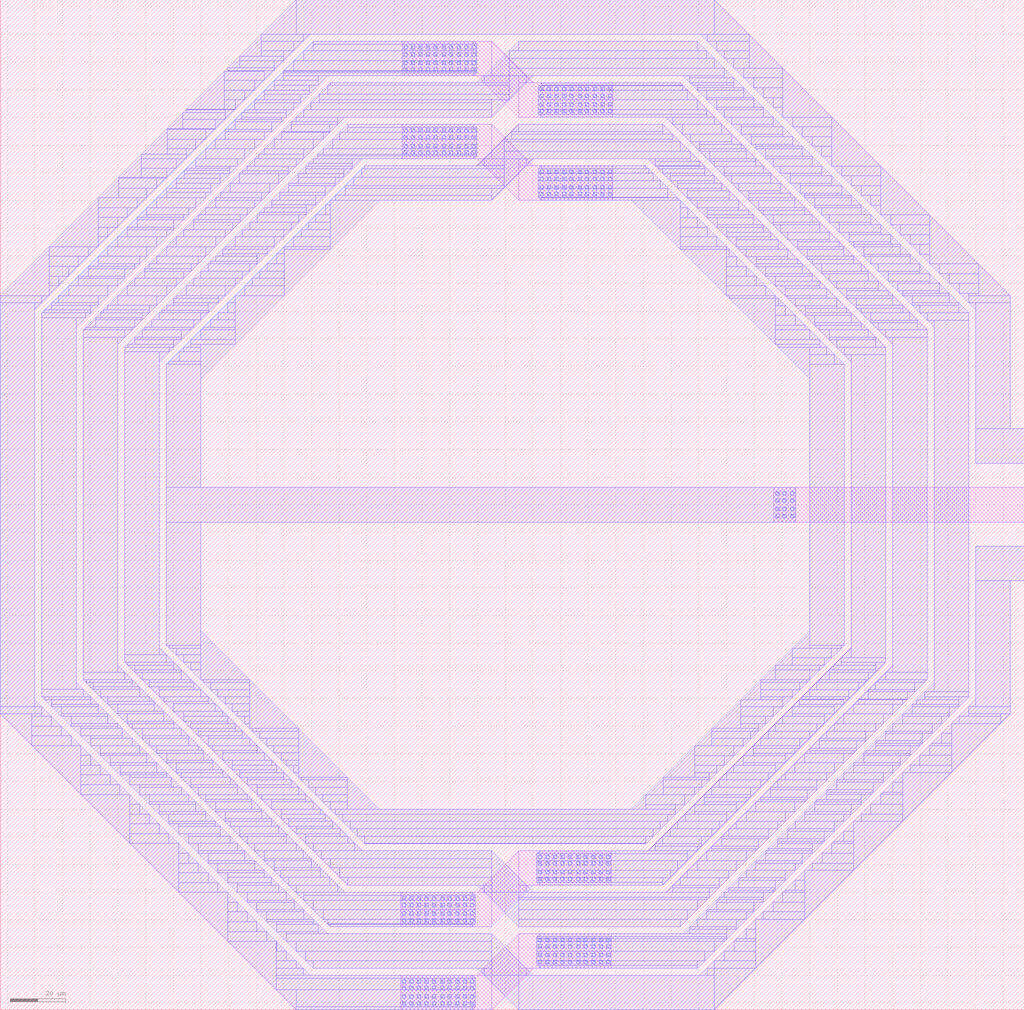
<source format=lef>
# Copyright 2020 The SkyWater PDK Authors
#
# Licensed under the Apache License, Version 2.0 (the "License");
# you may not use this file except in compliance with the License.
# You may obtain a copy of the License at
#
#     https://www.apache.org/licenses/LICENSE-2.0
#
# Unless required by applicable law or agreed to in writing, software
# distributed under the License is distributed on an "AS IS" BASIS,
# WITHOUT WARRANTIES OR CONDITIONS OF ANY KIND, either express or implied.
# See the License for the specific language governing permissions and
# limitations under the License.
#
# SPDX-License-Identifier: Apache-2.0

VERSION 5.7 ;
  NOWIREEXTENSIONATPIN ON ;
  DIVIDERCHAR "/" ;
  BUSBITCHARS "[]" ;
MACRO sky130_fd_pr__rf_test_coil3
  CLASS BLOCK ;
  FOREIGN sky130_fd_pr__rf_test_coil3 ;
  ORIGIN  182.5400  182.5400 ;
  SIZE  370.0800 BY  365.0800 ;
  OBS
    LAYER met2 ;
      POLYGON -10.115000  125.010000   4.895000  125.010000   4.895000  110.000000 ;
      POLYGON -10.115000  155.030000   4.895000  155.030000   4.895000  140.020000 ;
      POLYGON  -4.935000 -170.040000   7.565000 -170.040000  -4.935000 -182.540000 ;
      POLYGON  -4.935000 -140.020000   7.565000 -140.020000  -4.935000 -152.520000 ;
      POLYGON  -4.935000  137.510000   7.565000  125.010000  -4.935000  125.010000 ;
      POLYGON  -4.935000  167.530000   7.565000  155.030000  -4.935000  155.030000 ;
      POLYGON   4.895000 -155.030000   4.895000 -170.040000 -10.115000 -170.040000 ;
      POLYGON   4.895000 -125.010000   4.895000 -140.020000 -10.115000 -140.020000 ;
      POLYGON   7.565000 -167.530000  10.075000 -167.530000   7.565000 -170.040000 ;
      POLYGON   7.565000 -137.510000  10.075000 -137.510000   7.565000 -140.020000 ;
      POLYGON   7.565000  125.010000  10.075000  122.500000   7.565000  122.500000 ;
      POLYGON   7.565000  155.030000  10.075000  152.520000   7.565000  152.520000 ;
      RECT -37.720000 -182.540000  -4.935000 -170.040000 ;
      RECT -37.720000 -152.520000  -4.935000 -140.020000 ;
      RECT -37.160000  125.010000  -4.935000  137.510000 ;
      RECT -37.160000  155.030000  -4.935000  167.530000 ;
      RECT   4.895000 -170.040000   7.565000 -167.530000 ;
      RECT   4.895000 -167.530000  38.375000 -155.030000 ;
      RECT   4.895000 -140.020000   7.565000 -137.510000 ;
      RECT   4.895000 -137.510000  38.375000 -125.010000 ;
      RECT   4.895000  110.000000  38.935000  122.500000 ;
      RECT   4.895000  122.500000   7.565000  125.010000 ;
      RECT   4.895000  140.020000  38.935000  152.520000 ;
      RECT   4.895000  152.520000   7.565000  155.030000 ;
      RECT  97.040000   -6.250000 187.540000    6.250000 ;
    LAYER met3 ;
      POLYGON -182.540000  -75.620000 -171.075000  -75.620000 -171.075000  -87.085000 ;
      POLYGON -171.075000  -87.085000 -153.395000  -87.085000 -153.395000 -104.765000 ;
      POLYGON -170.040000  -70.440000 -167.530000  -72.950000 -170.040000  -72.950000 ;
      POLYGON -170.040000   72.950000 -167.530000   72.950000 -170.040000   70.440000 ;
      POLYGON -167.530000  -72.950000 -164.020000  -76.460000 -167.530000  -76.460000 ;
      POLYGON -167.530000  -69.405000 -166.495000  -69.405000 -166.495000  -70.440000 ;
      POLYGON -167.530000   75.620000 -164.860000   75.620000 -167.530000   72.950000 ;
      POLYGON -166.495000  -70.440000 -163.985000  -70.440000 -163.985000  -72.950000 ;
      POLYGON -166.495000   70.440000 -166.495000   69.405000 -167.530000   69.405000 ;
      POLYGON -164.860000   79.130000 -161.350000   79.130000 -164.860000   75.620000 ;
      POLYGON -164.860000   93.300000 -164.860000   75.620000 -182.540000   75.620000 ;
      POLYGON -164.020000  -76.460000 -160.475000  -80.005000 -164.020000  -80.005000 ;
      POLYGON -163.985000  -72.950000 -160.475000  -72.950000 -160.475000  -76.460000 ;
      POLYGON -163.985000   72.950000 -163.985000   70.440000 -166.495000   70.440000 ;
      POLYGON -161.350000   82.675000 -157.805000   82.675000 -161.350000   79.130000 ;
      POLYGON -161.315000   75.620000 -161.315000   72.950000 -163.985000   72.950000 ;
      POLYGON -160.475000  -80.005000 -156.940000  -83.540000 -160.475000  -83.540000 ;
      POLYGON -160.475000  -76.460000 -156.930000  -76.460000 -156.930000  -80.005000 ;
      POLYGON -157.805000   79.130000 -157.805000   75.620000 -161.315000   75.620000 ;
      POLYGON -157.805000   86.220000 -154.260000   86.220000 -157.805000   82.675000 ;
      POLYGON -156.940000  -83.540000 -153.395000  -87.085000 -156.940000  -87.085000 ;
      POLYGON -156.930000  -80.005000 -153.395000  -80.005000 -153.395000  -83.540000 ;
      POLYGON -155.030000  -64.225000 -152.520000  -66.735000 -155.030000  -66.735000 ;
      POLYGON -155.030000   67.670000 -151.585000   67.670000 -155.030000   64.225000 ;
      POLYGON -154.260000   82.675000 -154.260000   79.130000 -157.805000   79.130000 ;
      POLYGON -154.260000   89.755000 -150.725000   89.755000 -154.260000   86.220000 ;
      POLYGON -153.395000 -104.765000 -135.715000 -104.765000 -135.715000 -122.445000 ;
      POLYGON -153.395000  -87.085000 -149.850000  -90.630000 -153.395000  -90.630000 ;
      POLYGON -153.395000  -83.540000 -149.850000  -83.540000 -149.850000  -87.085000 ;
      POLYGON -152.520000  -66.735000 -149.850000  -69.405000 -152.520000  -69.405000 ;
      POLYGON -152.520000  -63.185000 -151.480000  -63.185000 -151.480000  -64.225000 ;
      POLYGON -151.585000   64.120000 -151.585000   63.185000 -152.520000   63.185000 ;
      POLYGON -151.585000   69.405000 -149.850000   69.405000 -151.585000   67.670000 ;
      POLYGON -151.480000  -64.225000 -148.970000  -64.225000 -148.970000  -66.735000 ;
      POLYGON -151.480000   64.225000 -151.480000   64.120000 -151.585000   64.120000 ;
      POLYGON -150.725000   93.300000 -147.180000   93.300000 -150.725000   89.755000 ;
      POLYGON -150.715000   86.220000 -150.715000   82.675000 -154.260000   82.675000 ;
      POLYGON -149.850000  -90.630000 -146.340000  -94.140000 -149.850000  -94.140000 ;
      POLYGON -149.850000  -87.085000 -146.305000  -87.085000 -146.305000  -90.630000 ;
      POLYGON -149.850000  -69.405000 -147.185000  -72.070000 -149.850000  -72.070000 ;
      POLYGON -149.850000   72.070000 -147.185000   72.070000 -149.850000   69.405000 ;
      POLYGON -148.970000  -66.735000 -146.300000  -66.735000 -146.300000  -69.405000 ;
      POLYGON -148.035000   67.670000 -148.035000   64.225000 -151.480000   64.225000 ;
      POLYGON -147.185000  -72.070000 -143.635000  -75.620000 -147.185000  -75.620000 ;
      POLYGON -147.185000   75.620000 -143.635000   75.620000 -147.185000   72.070000 ;
      POLYGON -147.180000   89.755000 -147.180000   86.220000 -150.715000   86.220000 ;
      POLYGON -147.180000   96.810000 -143.670000   96.810000 -147.180000   93.300000 ;
      POLYGON -147.180000  110.980000 -147.180000   93.300000 -164.860000   93.300000 ;
      POLYGON -146.340000  -94.140000 -142.795000  -97.685000 -146.340000  -97.685000 ;
      POLYGON -146.305000  -90.630000 -142.795000  -90.630000 -142.795000  -94.140000 ;
      POLYGON -146.300000  -69.405000 -143.635000  -69.405000 -143.635000  -72.070000 ;
      POLYGON -146.300000   69.405000 -146.300000   67.670000 -148.035000   67.670000 ;
      POLYGON -145.265000   70.440000 -145.265000   69.405000 -146.300000   69.405000 ;
      POLYGON -143.670000  100.355000 -140.125000  100.355000 -143.670000   96.810000 ;
      POLYGON -143.635000  -75.620000 -140.125000  -79.130000 -143.635000  -79.130000 ;
      POLYGON -143.635000  -72.070000 -140.085000  -72.070000 -140.085000  -75.620000 ;
      POLYGON -143.635000   72.070000 -143.635000   70.440000 -145.265000   70.440000 ;
      POLYGON -143.635000   79.130000 -140.125000   79.130000 -143.635000   75.620000 ;
      POLYGON -143.635000   93.300000 -143.635000   89.755000 -147.180000   89.755000 ;
      POLYGON -142.795000  -97.685000 -139.260000 -101.220000 -142.795000 -101.220000 ;
      POLYGON -142.795000  -94.140000 -139.250000  -94.140000 -139.250000  -97.685000 ;
      POLYGON -140.125000  -79.130000 -138.390000  -80.865000 -140.125000  -80.865000 ;
      POLYGON -140.125000   81.800000 -137.455000   81.800000 -140.125000   79.130000 ;
      POLYGON -140.125000   96.810000 -140.125000   93.300000 -143.635000   93.300000 ;
      POLYGON -140.125000  103.900000 -136.580000  103.900000 -140.125000  100.355000 ;
      POLYGON -140.085000  -75.620000 -136.575000  -75.620000 -136.575000  -79.130000 ;
      POLYGON -140.085000   75.620000 -140.085000   72.070000 -143.635000   72.070000 ;
      POLYGON -140.020000  -58.005000 -137.510000  -60.515000 -140.020000  -60.515000 ;
      POLYGON -140.020000   60.515000 -137.510000   60.515000 -140.020000   58.005000 ;
      POLYGON -139.735000  118.425000 -139.735000  110.980000 -147.180000  110.980000 ;
      POLYGON -139.260000 -101.220000 -135.715000 -104.765000 -139.260000 -104.765000 ;
      POLYGON -139.250000  -97.685000 -135.715000  -97.685000 -135.715000 -101.220000 ;
      POLYGON -138.390000  -80.865000 -134.840000  -84.415000 -138.390000  -84.415000 ;
      POLYGON -137.510000  -60.515000 -134.840000  -63.185000 -137.510000  -63.185000 ;
      POLYGON -137.510000  -56.970000 -136.475000  -56.970000 -136.475000  -58.005000 ;
      POLYGON -137.510000   63.185000 -134.840000   63.185000 -137.510000   60.515000 ;
      POLYGON -137.455000   85.350000 -133.905000   85.350000 -137.455000   81.800000 ;
      POLYGON -136.580000  100.355000 -136.580000   96.810000 -140.125000   96.810000 ;
      POLYGON -136.580000  107.435000 -133.045000  107.435000 -136.580000  103.900000 ;
      POLYGON -136.575000  -79.130000 -134.840000  -79.130000 -134.840000  -80.865000 ;
      POLYGON -136.575000   79.130000 -136.575000   75.620000 -140.085000   75.620000 ;
      POLYGON -136.475000  -58.005000 -133.965000  -58.005000 -133.965000  -60.515000 ;
      POLYGON -136.475000   58.005000 -136.475000   56.970000 -137.510000   56.970000 ;
      POLYGON -135.715000 -122.445000 -118.035000 -122.445000 -118.035000 -140.125000 ;
      POLYGON -135.715000 -104.765000 -132.170000 -108.310000 -135.715000 -108.310000 ;
      POLYGON -135.715000 -101.220000 -132.170000 -101.220000 -132.170000 -104.765000 ;
      POLYGON -134.840000  -84.415000 -132.170000  -87.085000 -134.840000  -87.085000 ;
      POLYGON -134.840000  -80.865000 -131.290000  -80.865000 -131.290000  -84.415000 ;
      POLYGON -134.840000  -63.185000 -132.165000  -65.860000 -134.840000  -65.860000 ;
      POLYGON -134.840000   64.120000 -133.905000   64.120000 -134.840000   63.185000 ;
      POLYGON -133.965000  -60.515000 -131.295000  -60.515000 -131.295000  -63.185000 ;
      POLYGON -133.965000   60.515000 -133.965000   58.005000 -136.475000   58.005000 ;
      POLYGON -133.905000   66.790000 -131.235000   66.790000 -133.905000   64.120000 ;
      POLYGON -133.905000   81.800000 -133.905000   79.130000 -136.575000   79.130000 ;
      POLYGON -133.905000   87.085000 -132.170000   87.085000 -133.905000   85.350000 ;
      POLYGON -133.045000  110.980000 -129.500000  110.980000 -133.045000  107.435000 ;
      POLYGON -133.035000  103.900000 -133.035000  100.355000 -136.580000  100.355000 ;
      POLYGON -132.170000 -108.310000 -128.660000 -111.820000 -132.170000 -111.820000 ;
      POLYGON -132.170000 -104.765000 -128.625000 -104.765000 -128.625000 -108.310000 ;
      POLYGON -132.170000  -87.085000 -129.505000  -89.750000 -132.170000  -89.750000 ;
      POLYGON -132.170000   89.750000 -129.505000   89.750000 -132.170000   87.085000 ;
      POLYGON -132.165000  -65.860000 -128.620000  -69.405000 -132.165000  -69.405000 ;
      POLYGON -131.545000  126.615000 -131.545000  118.425000 -139.735000  118.425000 ;
      POLYGON -131.295000  -63.185000 -128.620000  -63.185000 -128.620000  -65.860000 ;
      POLYGON -131.295000   63.185000 -131.295000   60.515000 -133.965000   60.515000 ;
      POLYGON -131.290000  -84.415000 -128.620000  -84.415000 -128.620000  -87.085000 ;
      POLYGON -131.235000   69.405000 -128.620000   69.405000 -131.235000   66.790000 ;
      POLYGON -130.360000   64.120000 -130.360000   63.185000 -131.295000   63.185000 ;
      POLYGON -130.355000   85.350000 -130.355000   81.800000 -133.905000   81.800000 ;
      POLYGON -129.505000  -89.750000 -125.955000  -93.300000 -129.505000  -93.300000 ;
      POLYGON -129.505000   93.300000 -125.955000   93.300000 -129.505000   89.750000 ;
      POLYGON -129.500000  107.435000 -129.500000  103.900000 -133.035000  103.900000 ;
      POLYGON -129.500000  114.490000 -125.990000  114.490000 -129.500000  110.980000 ;
      POLYGON -128.660000 -111.820000 -125.115000 -115.365000 -128.660000 -115.365000 ;
      POLYGON -128.625000 -108.310000 -125.115000 -108.310000 -125.115000 -111.820000 ;
      POLYGON -128.620000  -87.085000 -125.955000  -87.085000 -125.955000  -89.750000 ;
      POLYGON -128.620000  -69.405000 -126.920000  -71.105000 -128.620000  -71.105000 ;
      POLYGON -128.620000  -65.860000 -125.075000  -65.860000 -125.075000  -69.405000 ;
      POLYGON -128.620000   72.075000 -125.950000   72.075000 -128.620000   69.405000 ;
      POLYGON -128.620000   87.085000 -128.620000   85.350000 -130.355000   85.350000 ;
      POLYGON -127.690000   66.790000 -127.690000   64.120000 -130.360000   64.120000 ;
      POLYGON -126.920000  -71.105000 -123.375000  -74.650000 -126.920000  -74.650000 ;
      POLYGON -125.990000  118.035000 -122.445000  118.035000 -125.990000  114.490000 ;
      POLYGON -125.955000  -93.300000 -122.445000  -96.810000 -125.955000  -96.810000 ;
      POLYGON -125.955000  -89.750000 -122.405000  -89.750000 -122.405000  -93.300000 ;
      POLYGON -125.955000   89.750000 -125.955000   87.085000 -128.620000   87.085000 ;
      POLYGON -125.955000   96.810000 -122.445000   96.810000 -125.955000   93.300000 ;
      POLYGON -125.955000  110.980000 -125.955000  107.435000 -129.500000  107.435000 ;
      POLYGON -125.950000   75.620000 -122.405000   75.620000 -125.950000   72.075000 ;
      POLYGON -125.115000 -115.365000 -121.580000 -118.900000 -125.115000 -118.900000 ;
      POLYGON -125.115000 -111.820000 -121.570000 -111.820000 -121.570000 -115.365000 ;
      POLYGON -125.075000  -69.405000 -123.375000  -69.405000 -123.375000  -71.105000 ;
      POLYGON -125.075000   69.405000 -125.075000   66.790000 -127.690000   66.790000 ;
      POLYGON -125.010000  -51.790000 -122.500000  -54.300000 -125.010000  -54.300000 ;
      POLYGON -125.010000   55.330000 -121.470000   55.330000 -125.010000   51.790000 ;
      POLYGON -124.145000   70.335000 -124.145000   69.405000 -125.075000   69.405000 ;
      POLYGON -123.375000  -74.650000 -119.830000  -78.195000 -123.375000  -78.195000 ;
      POLYGON -123.375000  -71.105000 -119.830000  -71.105000 -119.830000  -74.650000 ;
      POLYGON -122.500000  -54.300000 -119.830000  -56.970000 -122.500000  -56.970000 ;
      POLYGON -122.500000  -50.750000 -121.460000  -50.750000 -121.460000  -51.790000 ;
      POLYGON -122.445000  -96.810000 -120.710000  -98.545000 -122.445000  -98.545000 ;
      POLYGON -122.445000   99.480000 -119.775000   99.480000 -122.445000   96.810000 ;
      POLYGON -122.445000  114.490000 -122.445000  110.980000 -125.955000  110.980000 ;
      POLYGON -122.445000  121.580000 -118.900000  121.580000 -122.445000  118.035000 ;
      POLYGON -122.405000  -93.300000 -118.895000  -93.300000 -118.895000  -96.810000 ;
      POLYGON -122.405000   72.075000 -122.405000   70.335000 -124.145000   70.335000 ;
      POLYGON -122.405000   79.130000 -118.895000   79.130000 -122.405000   75.620000 ;
      POLYGON -122.405000   93.300000 -122.405000   89.750000 -125.955000   89.750000 ;
      POLYGON -122.255000  135.905000 -122.255000  126.615000 -131.545000  126.615000 ;
      POLYGON -121.580000 -118.900000 -118.035000 -122.445000 -121.580000 -122.445000 ;
      POLYGON -121.570000 -115.365000 -118.035000 -115.365000 -118.035000 -118.900000 ;
      POLYGON -121.470000   51.780000 -121.470000   50.750000 -122.500000   50.750000 ;
      POLYGON -121.470000   56.970000 -119.830000   56.970000 -121.470000   55.330000 ;
      POLYGON -121.460000  -51.790000 -118.950000  -51.790000 -118.950000  -54.300000 ;
      POLYGON -121.460000   51.790000 -121.460000   51.780000 -121.470000   51.780000 ;
      POLYGON -120.710000  -98.545000 -117.160000 -102.095000 -120.710000 -102.095000 ;
      POLYGON -119.830000  -78.195000 -117.160000  -80.865000 -119.830000  -80.865000 ;
      POLYGON -119.830000  -74.650000 -116.285000  -74.650000 -116.285000  -78.195000 ;
      POLYGON -119.830000  -56.970000 -117.165000  -59.635000 -119.830000  -59.635000 ;
      POLYGON -119.830000   59.635000 -117.165000   59.635000 -119.830000   56.970000 ;
      POLYGON -119.830000   74.650000 -119.830000   72.075000 -122.405000   72.075000 ;
      POLYGON -119.775000  103.030000 -116.225000  103.030000 -119.775000   99.480000 ;
      POLYGON -118.950000  -54.300000 -116.280000  -54.300000 -116.280000  -56.970000 ;
      POLYGON -118.900000  118.035000 -118.900000  114.490000 -122.445000  114.490000 ;
      POLYGON -118.900000  125.115000 -115.365000  125.115000 -118.900000  121.580000 ;
      POLYGON -118.895000  -96.810000 -117.160000  -96.810000 -117.160000  -98.545000 ;
      POLYGON -118.895000   81.800000 -116.225000   81.800000 -118.895000   79.130000 ;
      POLYGON -118.895000   96.810000 -118.895000   93.300000 -122.405000   93.300000 ;
      POLYGON -118.860000   75.620000 -118.860000   74.650000 -119.830000   74.650000 ;
      POLYGON -118.035000 -140.125000 -100.355000 -140.125000 -100.355000 -157.805000 ;
      POLYGON -118.035000 -122.445000 -114.490000 -125.990000 -118.035000 -125.990000 ;
      POLYGON -118.035000 -118.900000 -114.490000 -118.900000 -114.490000 -122.445000 ;
      POLYGON -117.920000   55.330000 -117.920000   51.790000 -121.460000   51.790000 ;
      POLYGON -117.165000  -59.635000 -113.615000  -63.185000 -117.165000  -63.185000 ;
      POLYGON -117.165000   63.185000 -113.615000   63.185000 -117.165000   59.635000 ;
      POLYGON -117.160000 -102.095000 -114.490000 -104.765000 -117.160000 -104.765000 ;
      POLYGON -117.160000  -98.545000 -113.610000  -98.545000 -113.610000 -102.095000 ;
      POLYGON -117.160000  -80.865000 -114.485000  -83.540000 -117.160000  -83.540000 ;
      POLYGON -116.535000  141.625000 -116.535000  135.905000 -122.255000  135.905000 ;
      POLYGON -116.285000  -78.195000 -113.615000  -78.195000 -113.615000  -80.865000 ;
      POLYGON -116.280000  -56.970000 -113.615000  -56.970000 -113.615000  -59.635000 ;
      POLYGON -116.280000   56.970000 -116.280000   55.330000 -117.920000   55.330000 ;
      POLYGON -116.225000   84.470000 -113.555000   84.470000 -116.225000   81.800000 ;
      POLYGON -116.225000   99.480000 -116.225000   96.810000 -118.895000   96.810000 ;
      POLYGON -116.225000  104.765000 -114.490000  104.765000 -116.225000  103.030000 ;
      POLYGON -116.040000  120.895000 -116.040000  118.035000 -118.900000  118.035000 ;
      POLYGON -115.365000  128.660000 -111.820000  128.660000 -115.365000  125.115000 ;
      POLYGON -115.355000  121.580000 -115.355000  120.895000 -116.040000  120.895000 ;
      POLYGON -115.350000   79.130000 -115.350000   75.620000 -118.860000   75.620000 ;
      POLYGON -115.255000  142.905000 -115.255000  141.625000 -116.535000  141.625000 ;
      POLYGON -114.490000 -125.990000 -110.980000 -129.500000 -114.490000 -129.500000 ;
      POLYGON -114.490000 -122.445000 -110.945000 -122.445000 -110.945000 -125.990000 ;
      POLYGON -114.490000 -104.765000 -111.825000 -107.430000 -114.490000 -107.430000 ;
      POLYGON -114.490000  107.430000 -111.825000  107.430000 -114.490000  104.765000 ;
      POLYGON -114.485000  -83.540000 -110.940000  -87.085000 -114.485000  -87.085000 ;
      POLYGON -113.615000  -80.865000 -110.940000  -80.865000 -110.940000  -83.540000 ;
      POLYGON -113.615000  -63.185000 -112.575000  -64.225000 -113.615000  -64.225000 ;
      POLYGON -113.615000  -59.635000 -110.065000  -59.635000 -110.065000  -63.185000 ;
      POLYGON -113.615000   59.635000 -113.615000   56.970000 -116.280000   56.970000 ;
      POLYGON -113.615000   64.120000 -112.680000   64.120000 -113.615000   63.185000 ;
      POLYGON -113.610000 -102.095000 -110.940000 -102.095000 -110.940000 -104.765000 ;
      POLYGON -113.555000   87.085000 -110.940000   87.085000 -113.555000   84.470000 ;
      POLYGON -112.680000   66.790000 -110.010000   66.790000 -112.680000   64.120000 ;
      POLYGON -112.680000   81.800000 -112.680000   79.130000 -115.350000   79.130000 ;
      POLYGON -112.675000  103.030000 -112.675000   99.480000 -116.225000   99.480000 ;
      POLYGON -112.575000  -64.225000 -110.010000  -66.790000 -112.575000  -66.790000 ;
      POLYGON -111.825000 -107.430000 -108.275000 -110.980000 -111.825000 -110.980000 ;
      POLYGON -111.825000  110.980000 -108.275000  110.980000 -111.825000  107.430000 ;
      POLYGON -111.820000  125.115000 -111.820000  121.580000 -115.355000  121.580000 ;
      POLYGON -111.820000  132.170000 -108.310000  132.170000 -111.820000  128.660000 ;
      POLYGON -110.980000 -129.500000 -107.435000 -133.045000 -110.980000 -133.045000 ;
      POLYGON -110.945000 -125.990000 -107.435000 -125.990000 -107.435000 -129.500000 ;
      POLYGON -110.940000 -104.765000 -108.275000 -104.765000 -108.275000 -107.430000 ;
      POLYGON -110.940000  -87.085000 -109.240000  -88.785000 -110.940000  -88.785000 ;
      POLYGON -110.940000  -83.540000 -107.395000  -83.540000 -107.395000  -87.085000 ;
      POLYGON -110.940000   89.755000 -108.270000   89.755000 -110.940000   87.085000 ;
      POLYGON -110.940000  104.765000 -110.940000  103.030000 -112.675000  103.030000 ;
      POLYGON -110.065000  -63.185000 -109.025000  -63.185000 -109.025000  -64.225000 ;
      POLYGON -110.065000   63.185000 -110.065000   59.635000 -113.615000   59.635000 ;
      POLYGON -110.010000  -66.790000 -107.395000  -69.405000 -110.010000  -69.405000 ;
      POLYGON -110.010000   69.460000 -107.340000   69.460000 -110.010000   66.790000 ;
      POLYGON -110.010000   84.470000 -110.010000   81.800000 -112.680000   81.800000 ;
      POLYGON -110.000000  -45.570000  -92.385000  -63.185000 -110.000000  -63.185000 ;
      POLYGON -110.000000   58.005000  -97.565000   58.005000 -110.000000   45.570000 ;
      POLYGON -109.240000  -88.785000 -105.695000  -92.330000 -109.240000  -92.330000 ;
      POLYGON -109.130000   64.120000 -109.130000   63.185000 -110.065000   63.185000 ;
      POLYGON -109.025000  -64.225000 -106.460000  -64.225000 -106.460000  -66.790000 ;
      POLYGON -108.310000  135.715000 -104.765000  135.715000 -108.310000  132.170000 ;
      POLYGON -108.275000 -110.980000 -104.765000 -114.490000 -108.275000 -114.490000 ;
      POLYGON -108.275000 -107.430000 -104.725000 -107.430000 -104.725000 -110.980000 ;
      POLYGON -108.275000  107.430000 -108.275000  104.765000 -110.940000  104.765000 ;
      POLYGON -108.275000  112.885000 -106.370000  112.885000 -108.275000  110.980000 ;
      POLYGON -108.275000  128.660000 -108.275000  125.115000 -111.820000  125.115000 ;
      POLYGON -108.270000   93.300000 -104.725000   93.300000 -108.270000   89.755000 ;
      POLYGON -107.435000 -133.045000 -103.900000 -136.580000 -107.435000 -136.580000 ;
      POLYGON -107.435000 -129.500000 -103.890000 -129.500000 -103.890000 -133.045000 ;
      POLYGON -107.395000  -87.085000 -105.695000  -87.085000 -105.695000  -88.785000 ;
      POLYGON -107.395000  -69.405000 -104.820000  -71.980000 -107.395000  -71.980000 ;
      POLYGON -107.395000   87.085000 -107.395000   84.470000 -110.010000   84.470000 ;
      POLYGON -107.340000   73.010000 -103.790000   73.010000 -107.340000   69.460000 ;
      POLYGON -106.465000   88.015000 -106.465000   87.085000 -107.395000   87.085000 ;
      POLYGON -106.460000  -66.790000 -103.845000  -66.790000 -103.845000  -69.405000 ;
      POLYGON -106.460000   66.790000 -106.460000   64.120000 -109.130000   64.120000 ;
      POLYGON -106.370000  116.225000 -103.030000  116.225000 -106.370000  112.885000 ;
      POLYGON -105.695000  -92.330000 -102.150000  -95.875000 -105.695000  -95.875000 ;
      POLYGON -105.695000  -88.785000 -102.150000  -88.785000 -102.150000  -92.330000 ;
      POLYGON -104.820000  -71.980000 -102.150000  -74.650000 -104.820000  -74.650000 ;
      POLYGON -104.765000 -114.490000 -103.030000 -116.225000 -104.765000 -116.225000 ;
      POLYGON -104.765000  132.170000 -104.765000  128.660000 -108.275000  128.660000 ;
      POLYGON -104.765000  139.260000 -101.220000  139.260000 -104.765000  135.715000 ;
      POLYGON -104.725000 -110.980000 -101.215000 -110.980000 -101.215000 -114.490000 ;
      POLYGON -104.725000   89.755000 -104.725000   88.015000 -106.465000   88.015000 ;
      POLYGON -104.725000   96.810000 -101.215000   96.810000 -104.725000   93.300000 ;
      POLYGON -104.725000  110.980000 -104.725000  107.430000 -108.275000  107.430000 ;
      POLYGON -103.900000 -136.580000 -100.355000 -140.125000 -103.900000 -140.125000 ;
      POLYGON -103.890000 -133.045000 -100.355000 -133.045000 -100.355000 -136.580000 ;
      POLYGON -103.845000  -69.405000 -101.270000  -69.405000 -101.270000  -71.980000 ;
      POLYGON -103.790000   69.460000 -103.790000   66.790000 -106.460000   66.790000 ;
      POLYGON -103.790000   75.620000 -101.180000   75.620000 -103.790000   73.010000 ;
      POLYGON -103.030000 -116.225000  -99.480000 -119.775000 -103.030000 -119.775000 ;
      POLYGON -103.030000  119.615000  -99.640000  119.615000 -103.030000  116.225000 ;
      POLYGON -102.820000  112.885000 -102.820000  110.980000 -104.725000  110.980000 ;
      POLYGON -102.150000  -95.875000  -99.480000  -98.545000 -102.150000  -98.545000 ;
      POLYGON -102.150000  -92.330000  -98.605000  -92.330000  -98.605000  -95.875000 ;
      POLYGON -102.150000  -74.650000 -100.340000  -76.460000 -102.150000  -76.460000 ;
      POLYGON -102.150000   92.330000 -102.150000   89.755000 -104.725000   89.755000 ;
      POLYGON -101.525000  156.635000 -101.525000  142.905000 -115.255000  142.905000 ;
      POLYGON -101.270000  -71.980000  -98.600000  -71.980000  -98.600000  -74.650000 ;
      POLYGON -101.220000  135.715000 -101.220000  132.170000 -104.765000  132.170000 ;
      POLYGON -101.220000  142.795000  -97.685000  142.795000 -101.220000  139.260000 ;
      POLYGON -101.215000 -114.490000  -99.480000 -114.490000  -99.480000 -116.225000 ;
      POLYGON -101.215000   99.480000  -98.545000   99.480000 -101.215000   96.810000 ;
      POLYGON -101.180000   79.130000  -97.670000   79.130000 -101.180000   75.620000 ;
      POLYGON -101.180000   93.300000 -101.180000   92.330000 -102.150000   92.330000 ;
      POLYGON -100.355000 -157.805000  -82.765000 -157.805000  -82.765000 -175.395000 ;
      POLYGON -100.355000 -140.125000  -96.810000 -143.670000 -100.355000 -143.670000 ;
      POLYGON -100.355000 -136.580000  -96.810000 -136.580000  -96.810000 -140.125000 ;
      POLYGON -100.340000  -76.460000  -97.670000  -79.130000 -100.340000  -79.130000 ;
      POLYGON -100.245000  157.915000 -100.245000  156.635000 -101.525000  156.635000 ;
      POLYGON -100.240000   73.010000 -100.240000   69.460000 -103.790000   69.460000 ;
      POLYGON  -99.640000  122.445000  -96.810000  122.445000  -99.640000  119.615000 ;
      POLYGON  -99.480000 -119.775000  -96.810000 -122.445000  -99.480000 -122.445000 ;
      POLYGON  -99.480000 -116.225000  -95.930000 -116.225000  -95.930000 -119.775000 ;
      POLYGON  -99.480000  -98.545000  -96.805000 -101.220000  -99.480000 -101.220000 ;
      POLYGON  -99.480000  116.225000  -99.480000  112.885000 -102.820000  112.885000 ;
      POLYGON  -98.605000  -95.875000  -95.935000  -95.875000  -95.935000  -98.545000 ;
      POLYGON  -98.600000  -74.650000  -96.790000  -74.650000  -96.790000  -76.460000 ;
      POLYGON  -98.545000  102.150000  -95.875000  102.150000  -98.545000   99.480000 ;
      POLYGON  -97.685000  146.340000  -94.140000  146.340000  -97.685000  142.795000 ;
      POLYGON  -97.675000  139.260000  -97.675000  135.715000 -101.220000  135.715000 ;
      POLYGON  -97.670000  -79.130000  -95.000000  -81.800000  -97.670000  -81.800000 ;
      POLYGON  -97.670000   81.800000  -95.000000   81.800000  -97.670000   79.130000 ;
      POLYGON  -97.670000   96.810000  -97.670000   93.300000 -101.180000   93.300000 ;
      POLYGON  -97.630000   75.620000  -97.630000   73.010000 -100.240000   73.010000 ;
      POLYGON  -97.565000   75.620000  -79.950000   75.620000  -97.565000   58.005000 ;
      POLYGON  -96.810000 -143.670000  -93.300000 -147.180000  -96.810000 -147.180000 ;
      POLYGON  -96.810000 -140.125000  -93.265000 -140.125000  -93.265000 -143.670000 ;
      POLYGON  -96.810000 -122.445000  -94.145000 -125.110000  -96.810000 -125.110000 ;
      POLYGON  -96.810000  125.110000  -94.145000  125.110000  -96.810000  122.445000 ;
      POLYGON  -96.805000 -101.220000  -93.260000 -104.765000  -96.805000 -104.765000 ;
      POLYGON  -96.790000  -76.460000  -94.120000  -76.460000  -94.120000  -79.130000 ;
      POLYGON  -96.090000  119.615000  -96.090000  116.225000  -99.480000  116.225000 ;
      POLYGON  -95.985000  162.175000  -95.985000  157.915000 -100.245000  157.915000 ;
      POLYGON  -95.935000  -98.545000  -93.260000  -98.545000  -93.260000 -101.220000 ;
      POLYGON  -95.930000 -119.775000  -93.260000 -119.775000  -93.260000 -122.445000 ;
      POLYGON  -95.875000  104.765000  -93.260000  104.765000  -95.875000  102.150000 ;
      POLYGON  -95.310000  141.625000  -95.310000  139.260000  -97.675000  139.260000 ;
      POLYGON  -95.000000  -81.800000  -92.330000  -84.470000  -95.000000  -84.470000 ;
      POLYGON  -95.000000   84.470000  -92.330000   84.470000  -95.000000   81.800000 ;
      POLYGON  -95.000000   99.480000  -95.000000   96.810000  -97.670000   96.810000 ;
      POLYGON  -94.995000  120.710000  -94.995000  119.615000  -96.090000  119.615000 ;
      POLYGON  -94.145000 -125.110000  -90.595000 -128.660000  -94.145000 -128.660000 ;
      POLYGON  -94.145000  128.660000  -90.595000  128.660000  -94.145000  125.110000 ;
      POLYGON  -94.140000  142.795000  -94.140000  141.625000  -95.310000  141.625000 ;
      POLYGON  -94.140000  149.850000  -90.630000  149.850000  -94.140000  146.340000 ;
      POLYGON  -94.120000  -79.130000  -92.385000  -79.130000  -92.385000  -80.865000 ;
      POLYGON  -94.120000   79.130000  -94.120000   75.620000  -97.630000   75.620000 ;
      POLYGON  -93.300000 -147.180000  -89.755000 -150.725000  -93.300000 -150.725000 ;
      POLYGON  -93.265000 -143.670000  -89.755000 -143.670000  -89.755000 -147.180000 ;
      POLYGON  -93.260000 -122.445000  -90.595000 -122.445000  -90.595000 -125.110000 ;
      POLYGON  -93.260000 -104.765000  -91.560000 -106.465000  -93.260000 -106.465000 ;
      POLYGON  -93.260000 -101.220000  -89.715000 -101.220000  -89.715000 -104.765000 ;
      POLYGON  -93.260000  107.435000  -90.590000  107.435000  -93.260000  104.765000 ;
      POLYGON  -93.260000  122.445000  -93.260000  120.710000  -94.995000  120.710000 ;
      POLYGON  -92.385000  -80.865000  -91.450000  -80.865000  -91.450000  -81.800000 ;
      POLYGON  -92.385000  -63.185000  -74.705000  -80.865000  -92.385000  -80.865000 ;
      POLYGON  -92.330000  -84.470000  -89.715000  -87.085000  -92.330000  -87.085000 ;
      POLYGON  -92.330000   87.140000  -89.660000   87.140000  -92.330000   84.470000 ;
      POLYGON  -92.330000  102.150000  -92.330000   99.480000  -95.000000   99.480000 ;
      POLYGON  -91.560000 -106.465000  -88.015000 -110.010000  -91.560000 -110.010000 ;
      POLYGON  -91.450000  -81.800000  -88.780000  -81.800000  -88.780000  -84.470000 ;
      POLYGON  -91.450000   81.800000  -91.450000   79.130000  -94.120000   79.130000 ;
      POLYGON  -90.630000  153.395000  -87.085000  153.395000  -90.630000  149.850000 ;
      POLYGON  -90.595000 -128.660000  -87.085000 -132.170000  -90.595000 -132.170000 ;
      POLYGON  -90.595000 -125.110000  -87.045000 -125.110000  -87.045000 -128.660000 ;
      POLYGON  -90.595000  125.110000  -90.595000  122.445000  -93.260000  122.445000 ;
      POLYGON  -90.595000  132.155000  -87.100000  132.155000  -90.595000  128.660000 ;
      POLYGON  -90.595000  146.340000  -90.595000  142.795000  -94.140000  142.795000 ;
      POLYGON  -90.590000  110.010000  -88.015000  110.010000  -90.590000  107.435000 ;
      POLYGON  -89.755000 -150.725000  -86.220000 -154.260000  -89.755000 -154.260000 ;
      POLYGON  -89.755000 -147.180000  -86.210000 -147.180000  -86.210000 -150.725000 ;
      POLYGON  -89.715000 -104.765000  -88.015000 -104.765000  -88.015000 -106.465000 ;
      POLYGON  -89.715000  -87.085000  -87.140000  -89.660000  -89.715000  -89.660000 ;
      POLYGON  -89.715000  104.765000  -89.715000  102.150000  -92.330000  102.150000 ;
      POLYGON  -89.660000   90.690000  -86.110000   90.690000  -89.660000   87.140000 ;
      POLYGON  -89.090000  126.615000  -89.090000  125.110000  -90.595000  125.110000 ;
      POLYGON  -88.785000  105.695000  -88.785000  104.765000  -89.715000  104.765000 ;
      POLYGON  -88.780000  -84.470000  -86.165000  -84.470000  -86.165000  -87.085000 ;
      POLYGON  -88.780000   84.470000  -88.780000   81.800000  -91.450000   81.800000 ;
      POLYGON  -88.120000  170.040000  -88.120000  162.175000  -95.985000  162.175000 ;
      POLYGON  -88.015000 -110.010000  -84.470000 -113.555000  -88.015000 -113.555000 ;
      POLYGON  -88.015000 -106.465000  -84.470000 -106.465000  -84.470000 -110.010000 ;
      POLYGON  -88.015000  112.885000  -85.140000  112.885000  -88.015000  110.010000 ;
      POLYGON  -87.140000  -89.660000  -84.470000  -92.330000  -87.140000  -92.330000 ;
      POLYGON  -87.100000  134.840000  -84.415000  134.840000  -87.100000  132.155000 ;
      POLYGON  -87.085000 -132.170000  -84.625000 -134.630000  -87.085000 -134.630000 ;
      POLYGON  -87.085000  149.850000  -87.085000  146.340000  -90.595000  146.340000 ;
      POLYGON  -87.085000  156.940000  -83.540000  156.940000  -87.085000  153.395000 ;
      POLYGON  -87.045000 -128.660000  -83.535000 -128.660000  -83.535000 -132.170000 ;
      POLYGON  -87.045000  107.435000  -87.045000  105.695000  -88.785000  105.695000 ;
      POLYGON  -87.045000  128.660000  -87.045000  126.615000  -89.090000  126.615000 ;
      POLYGON  -86.220000 -154.260000  -82.675000 -157.805000  -86.220000 -157.805000 ;
      POLYGON  -86.210000 -150.725000  -82.675000 -150.725000  -82.675000 -154.260000 ;
      POLYGON  -86.165000  -87.085000  -83.590000  -87.085000  -83.590000  -89.660000 ;
      POLYGON  -86.110000   87.140000  -86.110000   84.470000  -88.780000   84.470000 ;
      POLYGON  -86.110000   93.300000  -83.500000   93.300000  -86.110000   90.690000 ;
      POLYGON  -85.140000  116.225000  -81.800000  116.225000  -85.140000  112.885000 ;
      POLYGON  -84.625000 -134.630000  -81.800000 -137.455000  -84.625000 -137.455000 ;
      POLYGON  -84.470000 -113.555000  -81.800000 -116.225000  -84.470000 -116.225000 ;
      POLYGON  -84.470000 -110.010000  -80.925000 -110.010000  -80.925000 -113.555000 ;
      POLYGON  -84.470000  -92.330000  -82.660000  -94.140000  -84.470000  -94.140000 ;
      POLYGON  -84.470000  110.010000  -84.470000  107.435000  -87.045000  107.435000 ;
      POLYGON  -84.415000  138.390000  -80.865000  138.390000  -84.415000  134.840000 ;
      POLYGON  -83.590000  -89.660000  -80.920000  -89.660000  -80.920000  -92.330000 ;
      POLYGON  -83.550000  132.155000  -83.550000  128.660000  -87.045000  128.660000 ;
      POLYGON  -83.540000  153.395000  -83.540000  149.850000  -87.085000  149.850000 ;
      POLYGON  -83.540000  160.475000  -80.005000  160.475000  -83.540000  156.940000 ;
      POLYGON  -83.535000 -132.170000  -81.075000 -132.170000  -81.075000 -134.630000 ;
      POLYGON  -83.500000   96.810000  -79.990000   96.810000  -83.500000   93.300000 ;
      POLYGON  -82.765000 -175.395000  -75.620000 -175.395000  -75.620000 -182.540000 ;
      POLYGON  -82.675000 -157.805000  -79.130000 -161.350000  -82.675000 -161.350000 ;
      POLYGON  -82.675000 -154.260000  -79.130000 -154.260000  -79.130000 -157.805000 ;
      POLYGON  -82.660000  -94.140000  -79.990000  -96.810000  -82.660000  -96.810000 ;
      POLYGON  -82.560000   90.690000  -82.560000   87.140000  -86.110000   87.140000 ;
      POLYGON  -81.800000 -137.455000  -79.130000 -140.125000  -81.800000 -140.125000 ;
      POLYGON  -81.800000 -116.225000  -79.125000 -118.900000  -81.800000 -118.900000 ;
      POLYGON  -81.800000  119.615000  -78.410000  119.615000  -81.800000  116.225000 ;
      POLYGON  -81.595000  112.885000  -81.595000  110.010000  -84.470000  110.010000 ;
      POLYGON  -81.075000 -134.630000  -78.250000 -134.630000  -78.250000 -137.455000 ;
      POLYGON  -80.925000 -113.555000  -78.255000 -113.555000  -78.255000 -116.225000 ;
      POLYGON  -80.920000  -92.330000  -79.110000  -92.330000  -79.110000  -94.140000 ;
      POLYGON  -80.865000  134.840000  -80.865000  132.155000  -83.550000  132.155000 ;
      POLYGON  -80.865000  140.125000  -79.130000  140.125000  -80.865000  138.390000 ;
      POLYGON  -80.300000  156.635000  -80.300000  153.395000  -83.540000  153.395000 ;
      POLYGON  -80.005000  164.020000  -76.460000  164.020000  -80.005000  160.475000 ;
      POLYGON  -79.995000  156.940000  -79.995000  156.635000  -80.300000  156.635000 ;
      POLYGON  -79.990000  -96.810000  -77.320000  -99.480000  -79.990000  -99.480000 ;
      POLYGON  -79.990000   99.480000  -77.320000   99.480000  -79.990000   96.810000 ;
      POLYGON  -79.950000   92.330000  -63.240000   92.330000  -79.950000   75.620000 ;
      POLYGON  -79.950000   93.300000  -79.950000   90.690000  -82.560000   90.690000 ;
      POLYGON  -79.130000 -161.350000  -75.620000 -164.860000  -79.130000 -164.860000 ;
      POLYGON  -79.130000 -157.805000  -75.585000 -157.805000  -75.585000 -161.350000 ;
      POLYGON  -79.130000 -140.125000  -76.350000 -142.905000  -79.130000 -142.905000 ;
      POLYGON  -79.130000  142.790000  -76.465000  142.790000  -79.130000  140.125000 ;
      POLYGON  -79.125000 -118.900000  -75.580000 -122.445000  -79.125000 -122.445000 ;
      POLYGON  -79.110000  -94.140000  -76.440000  -94.140000  -76.440000  -96.810000 ;
      POLYGON  -78.410000  122.445000  -75.580000  122.445000  -78.410000  119.615000 ;
      POLYGON  -78.255000 -116.225000  -75.580000 -116.225000  -75.580000 -118.900000 ;
      POLYGON  -78.255000  116.225000  -78.255000  112.885000  -81.595000  112.885000 ;
      POLYGON  -78.250000 -137.455000  -75.580000 -137.455000  -75.580000 -140.125000 ;
      POLYGON  -77.320000  -99.480000  -74.650000 -102.150000  -77.320000 -102.150000 ;
      POLYGON  -77.320000  102.150000  -74.650000  102.150000  -77.320000   99.480000 ;
      POLYGON  -77.315000  138.390000  -77.315000  134.840000  -80.865000  134.840000 ;
      POLYGON  -76.465000  145.375000  -73.880000  145.375000  -76.465000  142.790000 ;
      POLYGON  -76.460000  160.475000  -76.460000  156.940000  -79.995000  156.940000 ;
      POLYGON  -76.460000  167.530000  -72.950000  167.530000  -76.460000  164.020000 ;
      POLYGON  -76.440000  -96.810000  -74.705000  -96.810000  -74.705000  -98.545000 ;
      POLYGON  -76.440000   96.810000  -76.440000   93.300000  -79.950000   93.300000 ;
      POLYGON  -76.350000 -142.905000  -72.915000 -146.340000  -76.350000 -146.340000 ;
      POLYGON  -75.620000 -164.860000  -72.950000 -167.530000  -75.620000 -167.530000 ;
      POLYGON  -75.620000  182.540000  -75.620000  170.040000  -88.120000  170.040000 ;
      POLYGON  -75.585000 -161.350000  -72.075000 -161.350000  -72.075000 -164.860000 ;
      POLYGON  -75.580000 -140.125000  -72.800000 -140.125000  -72.800000 -142.905000 ;
      POLYGON  -75.580000 -122.445000  -73.015000 -125.010000  -75.580000 -125.010000 ;
      POLYGON  -75.580000 -118.900000  -72.035000 -118.900000  -72.035000 -122.445000 ;
      POLYGON  -75.580000  125.115000  -72.910000  125.115000  -75.580000  122.445000 ;
      POLYGON  -75.580000  140.125000  -75.580000  138.390000  -77.315000  138.390000 ;
      POLYGON  -74.865000  119.615000  -74.865000  116.225000  -78.255000  116.225000 ;
      POLYGON  -74.705000  -98.545000  -73.770000  -98.545000  -73.770000  -99.480000 ;
      POLYGON  -74.705000  -80.865000  -57.025000  -98.545000  -74.705000  -98.545000 ;
      POLYGON  -74.650000 -102.150000  -72.035000 -104.765000  -74.650000 -104.765000 ;
      POLYGON  -74.650000  104.820000  -71.980000  104.820000  -74.650000  102.150000 ;
      POLYGON  -73.880000  148.445000  -70.810000  148.445000  -73.880000  145.375000 ;
      POLYGON  -73.770000  -99.480000  -71.100000  -99.480000  -71.100000 -102.150000 ;
      POLYGON  -73.770000   99.480000  -73.770000   96.810000  -76.440000   96.810000 ;
      POLYGON  -73.015000 -125.010000  -70.125000 -127.900000  -73.015000 -127.900000 ;
      POLYGON  -72.950000 -167.530000  -70.440000 -170.040000  -72.950000 -170.040000 ;
      POLYGON  -72.950000  170.040000  -70.440000  170.040000  -72.950000  167.530000 ;
      POLYGON  -72.915000 -146.340000  -69.405000 -149.850000  -72.915000 -149.850000 ;
      POLYGON  -72.915000  142.790000  -72.915000  140.125000  -75.580000  140.125000 ;
      POLYGON  -72.915000  164.020000  -72.915000  160.475000  -76.460000  160.475000 ;
      POLYGON  -72.910000  128.660000  -69.365000  128.660000  -72.910000  125.115000 ;
      POLYGON  -72.800000 -142.905000  -69.365000 -142.905000  -69.365000 -146.340000 ;
      POLYGON  -72.075000 -164.860000  -69.405000 -164.860000  -69.405000 -167.530000 ;
      POLYGON  -72.035000 -122.445000  -69.470000 -122.445000  -69.470000 -125.010000 ;
      POLYGON  -72.035000 -104.765000  -69.460000 -107.340000  -72.035000 -107.340000 ;
      POLYGON  -72.035000  122.445000  -72.035000  119.615000  -74.865000  119.615000 ;
      POLYGON  -71.980000  108.370000  -68.430000  108.370000  -71.980000  104.820000 ;
      POLYGON  -71.105000  123.375000  -71.105000  122.445000  -72.035000  122.445000 ;
      POLYGON  -71.100000 -102.150000  -68.485000 -102.150000  -68.485000 -104.765000 ;
      POLYGON  -71.100000  102.150000  -71.100000   99.480000  -73.770000   99.480000 ;
      POLYGON  -70.810000  151.585000  -67.670000  151.585000  -70.810000  148.445000 ;
      POLYGON  -70.330000  145.375000  -70.330000  142.790000  -72.915000  142.790000 ;
      POLYGON  -70.125000 -127.900000  -66.790000 -131.235000  -70.125000 -131.235000 ;
      POLYGON  -69.470000 -125.010000  -66.580000 -125.010000  -66.580000 -127.900000 ;
      POLYGON  -69.460000 -107.340000  -66.790000 -110.010000  -69.460000 -110.010000 ;
      POLYGON  -69.405000 -149.850000  -67.670000 -151.585000  -69.405000 -151.585000 ;
      POLYGON  -69.405000  167.530000  -69.405000  164.020000  -72.915000  164.020000 ;
      POLYGON  -69.365000 -146.340000  -65.855000 -146.340000  -65.855000 -149.850000 ;
      POLYGON  -69.365000  125.115000  -69.365000  123.375000  -71.105000  123.375000 ;
      POLYGON  -69.365000  132.155000  -65.870000  132.155000  -69.365000  128.660000 ;
      POLYGON  -68.485000 -104.765000  -65.910000 -104.765000  -65.910000 -107.340000 ;
      POLYGON  -68.430000  104.820000  -68.430000  102.150000  -71.100000  102.150000 ;
      POLYGON  -68.430000  111.820000  -64.980000  111.820000  -68.430000  108.370000 ;
      POLYGON  -67.865000  126.615000  -67.865000  125.115000  -69.365000  125.115000 ;
      POLYGON  -67.670000 -151.585000  -64.225000 -155.030000  -67.670000 -155.030000 ;
      POLYGON  -67.670000  155.030000  -64.225000  155.030000  -67.670000  151.585000 ;
      POLYGON  -67.260000  148.445000  -67.260000  145.375000  -70.330000  145.375000 ;
      POLYGON  -66.790000 -131.235000  -63.395000 -134.630000  -66.790000 -134.630000 ;
      POLYGON  -66.790000 -110.010000  -64.980000 -111.820000  -66.790000 -111.820000 ;
      POLYGON  -66.580000 -127.900000  -63.245000 -127.900000  -63.245000 -131.235000 ;
      POLYGON  -65.910000 -107.340000  -63.240000 -107.340000  -63.240000 -110.010000 ;
      POLYGON  -65.870000  134.625000  -63.400000  134.625000  -65.870000  132.155000 ;
      POLYGON  -65.855000 -149.850000  -64.120000 -149.850000  -64.120000 -151.585000 ;
      POLYGON  -65.820000  128.660000  -65.820000  126.615000  -67.865000  126.615000 ;
      POLYGON  -64.980000 -111.820000  -62.310000 -114.490000  -64.980000 -114.490000 ;
      POLYGON  -64.980000  115.355000  -61.445000  115.355000  -64.980000  111.820000 ;
      POLYGON  -64.880000  108.370000  -64.880000  104.820000  -68.430000  104.820000 ;
      POLYGON  -64.120000 -151.585000  -63.185000 -151.585000  -63.185000 -152.520000 ;
      POLYGON  -64.120000  151.585000  -64.120000  148.445000  -67.260000  148.445000 ;
      POLYGON  -63.400000  137.510000  -60.515000  137.510000  -63.400000  134.625000 ;
      POLYGON  -63.395000 -134.630000  -60.515000 -137.510000  -63.395000 -137.510000 ;
      POLYGON  -63.245000 -131.235000  -59.850000 -131.235000  -59.850000 -134.630000 ;
      POLYGON  -63.240000 -110.010000  -61.430000 -110.010000  -61.430000 -111.820000 ;
      POLYGON  -63.240000  110.000000  -45.570000  110.000000  -63.240000   92.330000 ;
      POLYGON  -63.240000  110.010000  -63.240000  108.370000  -64.880000  108.370000 ;
      POLYGON  -63.185000  152.520000  -63.185000  151.585000  -64.120000  151.585000 ;
      POLYGON  -62.325000  132.155000  -62.325000  128.660000  -65.820000  128.660000 ;
      POLYGON  -62.310000 -114.490000  -59.640000 -117.160000  -62.310000 -117.160000 ;
      POLYGON  -61.445000  118.425000  -58.375000  118.425000  -61.445000  115.355000 ;
      POLYGON  -61.430000 -111.820000  -58.760000 -111.820000  -58.760000 -114.490000 ;
      POLYGON  -61.430000  111.820000  -61.430000  110.010000  -63.240000  110.010000 ;
      POLYGON  -60.515000 -137.510000  -58.005000 -140.020000  -60.515000 -140.020000 ;
      POLYGON  -60.515000  140.020000  -58.005000  140.020000  -60.515000  137.510000 ;
      POLYGON  -59.855000  134.625000  -59.855000  132.155000  -62.325000  132.155000 ;
      POLYGON  -59.850000 -134.630000  -56.970000 -134.630000  -56.970000 -137.510000 ;
      POLYGON  -59.640000 -117.160000  -56.970000 -119.830000  -59.640000 -119.830000 ;
      POLYGON  -58.760000 -114.490000  -56.090000 -114.490000  -56.090000 -117.160000 ;
      POLYGON  -58.375000  121.470000  -55.330000  121.470000  -58.375000  118.425000 ;
      POLYGON  -57.895000  115.355000  -57.895000  111.820000  -61.430000  111.820000 ;
      POLYGON  -57.025000  -98.545000  -45.570000 -110.000000  -57.025000 -110.000000 ;
      POLYGON  -56.970000 -119.830000  -54.355000 -122.445000  -56.970000 -122.445000 ;
      POLYGON  -56.970000  137.510000  -56.970000  134.625000  -59.855000  134.625000 ;
      POLYGON  -56.090000 -117.160000  -53.420000 -117.160000  -53.420000 -119.830000 ;
      POLYGON  -55.330000  125.010000  -51.790000  125.010000  -55.330000  121.470000 ;
      POLYGON  -54.825000  118.425000  -54.825000  115.355000  -57.895000  115.355000 ;
      POLYGON  -54.355000 -122.445000  -51.790000 -125.010000  -54.355000 -125.010000 ;
      POLYGON  -53.420000 -119.830000  -50.805000 -119.830000  -50.805000 -122.445000 ;
      POLYGON  -51.780000  121.470000  -51.780000  118.425000  -54.825000  118.425000 ;
      POLYGON  -50.805000 -122.445000  -50.750000 -122.445000  -50.750000 -122.500000 ;
      POLYGON  -50.750000  122.500000  -50.750000  121.470000  -51.780000  121.470000 ;
      POLYGON  -11.900000 -181.440000  -10.800000 -181.440000  -11.900000 -182.540000 ;
      POLYGON  -11.900000 -170.040000  -10.800000 -171.140000  -11.900000 -171.140000 ;
      POLYGON  -11.900000 -151.420000  -10.800000 -151.420000  -11.900000 -152.520000 ;
      POLYGON  -11.900000 -140.020000  -10.800000 -141.120000  -11.900000 -141.120000 ;
      POLYGON  -11.340000  126.110000  -10.240000  126.110000  -11.340000  125.010000 ;
      POLYGON  -11.340000  137.510000  -10.240000  136.410000  -11.340000  136.410000 ;
      POLYGON  -11.340000  156.130000  -10.240000  156.130000  -11.340000  155.030000 ;
      POLYGON  -11.340000  167.530000  -10.240000  166.430000  -11.340000  166.430000 ;
      POLYGON  -10.075000 -167.530000   -7.565000 -167.530000   -7.565000 -170.040000 ;
      POLYGON  -10.075000 -137.510000   -7.565000 -137.510000   -7.565000 -140.020000 ;
      POLYGON   -7.565000 -170.040000    4.935000 -170.040000    4.935000 -182.540000 ;
      POLYGON   -7.565000 -140.020000   -7.460000 -140.020000   -7.460000 -140.125000 ;
      POLYGON   -7.565000  125.010000   -7.565000  122.500000  -10.075000  122.500000 ;
      POLYGON   -7.565000  155.030000   -7.565000  152.520000  -10.075000  152.520000 ;
      POLYGON   -7.460000 -140.125000    4.935000 -140.125000    4.935000 -152.520000 ;
      POLYGON   -4.895000 -155.030000   10.115000 -170.040000   -4.895000 -170.040000 ;
      POLYGON   -4.895000 -125.010000   10.115000 -140.020000   -4.895000 -140.020000 ;
      POLYGON   -4.895000  114.490000   -0.405000  114.490000   -4.895000  110.000000 ;
      POLYGON   -4.895000  146.340000    1.425000  146.340000   -4.895000  140.020000 ;
      POLYGON   -0.405000  125.010000   10.115000  125.010000   -0.405000  114.490000 ;
      POLYGON   -0.405000  132.170000   -0.405000  125.010000   -7.565000  125.010000 ;
      POLYGON    1.425000  155.030000   10.115000  155.030000    1.425000  146.340000 ;
      POLYGON    1.425000  164.020000    1.425000  155.030000   -7.565000  155.030000 ;
      POLYGON    2.265000  134.840000    2.265000  132.170000   -0.405000  132.170000 ;
      POLYGON    4.935000  137.510000    4.935000  134.840000    2.265000  134.840000 ;
      POLYGON    4.935000  167.530000    4.935000  164.020000    1.425000  164.020000 ;
      POLYGON   11.455000 -166.430000   12.555000 -166.430000   12.555000 -167.530000 ;
      POLYGON   11.455000 -136.410000   12.555000 -136.410000   12.555000 -137.510000 ;
      POLYGON   12.015000  111.100000   13.115000  111.100000   13.115000  110.000000 ;
      POLYGON   12.015000  141.120000   13.115000  141.120000   13.115000  140.020000 ;
      POLYGON   12.555000 -155.030000   12.555000 -156.130000   11.455000 -156.130000 ;
      POLYGON   12.555000 -125.010000   12.555000 -126.110000   11.455000 -126.110000 ;
      POLYGON   13.115000  122.500000   13.115000  121.400000   12.015000  121.400000 ;
      POLYGON   13.115000  152.520000   13.115000  151.420000   12.015000  151.420000 ;
      POLYGON   45.570000  110.000000   63.240000  110.000000   63.240000   92.330000 ;
      POLYGON   50.750000 -119.830000   53.420000 -119.830000   50.750000 -122.500000 ;
      POLYGON   50.750000 -104.820000   50.750000 -110.000000   45.570000 -110.000000 ;
      POLYGON   50.750000  122.500000   51.780000  121.470000   50.750000  121.470000 ;
      POLYGON   51.780000  121.470000   53.420000  119.830000   51.780000  119.830000 ;
      POLYGON   51.790000  125.010000   54.300000  125.010000   54.300000  122.500000 ;
      POLYGON   53.420000 -117.160000   56.090000 -117.160000   53.420000 -119.830000 ;
      POLYGON   53.420000  119.830000   56.090000  117.160000   53.420000  117.160000 ;
      POLYGON   54.300000 -122.500000   54.300000 -125.010000   51.790000 -125.010000 ;
      POLYGON   54.300000  122.500000   55.330000  122.500000   55.330000  121.470000 ;
      POLYGON   55.330000  121.470000   56.970000  121.470000   56.970000  119.830000 ;
      POLYGON   56.090000 -114.490000   58.760000 -114.490000   56.090000 -117.160000 ;
      POLYGON   56.090000  117.160000   58.760000  114.490000   56.090000  114.490000 ;
      POLYGON   56.970000 -134.840000   59.640000 -134.840000   56.970000 -137.510000 ;
      POLYGON   56.970000 -119.830000   56.970000 -122.500000   54.300000 -122.500000 ;
      POLYGON   56.970000  119.830000   59.640000  119.830000   59.640000  117.160000 ;
      POLYGON   56.970000  137.510000   60.515000  133.965000   56.970000  133.965000 ;
      POLYGON   57.025000  -98.545000   57.025000 -104.820000   50.750000 -104.820000 ;
      POLYGON   58.005000  140.020000   60.515000  140.020000   60.515000  137.510000 ;
      POLYGON   58.760000 -111.820000   61.430000 -111.820000   58.760000 -114.490000 ;
      POLYGON   58.760000  114.490000   62.270000  110.980000   58.760000  110.980000 ;
      POLYGON   59.640000 -132.170000   62.310000 -132.170000   59.640000 -134.840000 ;
      POLYGON   59.640000 -117.160000   59.640000 -119.830000   56.970000 -119.830000 ;
      POLYGON   59.640000  117.160000   62.310000  117.160000   62.310000  114.490000 ;
      POLYGON   60.515000 -137.510000   60.515000 -140.020000   58.005000 -140.020000 ;
      POLYGON   60.515000  133.965000   63.245000  131.235000   60.515000  131.235000 ;
      POLYGON   60.515000  137.510000   64.060000  137.510000   64.060000  133.965000 ;
      POLYGON   61.430000 -108.370000   64.880000 -108.370000   61.430000 -111.820000 ;
      POLYGON   62.270000  110.980000   63.240000  110.010000   62.270000  110.010000 ;
      POLYGON   62.310000 -128.660000   65.820000 -128.660000   62.310000 -132.170000 ;
      POLYGON   62.310000 -114.490000   62.310000 -117.160000   59.640000 -117.160000 ;
      POLYGON   62.310000  114.490000   65.820000  114.490000   65.820000  110.980000 ;
      POLYGON   63.185000 -149.850000   65.855000 -149.850000   63.185000 -152.520000 ;
      POLYGON   63.185000 -134.840000   63.185000 -137.510000   60.515000 -137.510000 ;
      POLYGON   63.185000  152.520000   64.120000  151.585000   63.185000  151.585000 ;
      POLYGON   63.240000   92.330000   79.950000   92.330000   79.950000   75.620000 ;
      POLYGON   63.240000  110.010000   65.910000  107.340000   63.240000  107.340000 ;
      POLYGON   63.245000  131.235000   66.790000  127.690000   63.245000  127.690000 ;
      POLYGON   64.060000  133.965000   66.790000  133.965000   66.790000  131.235000 ;
      POLYGON   64.120000  151.585000   65.855000  149.850000   64.120000  149.850000 ;
      POLYGON   64.225000  155.030000   66.735000  155.030000   66.735000  152.520000 ;
      POLYGON   64.880000 -104.820000   68.430000 -104.820000   64.880000 -108.370000 ;
      POLYGON   64.980000 -111.820000   64.980000 -114.490000   62.310000 -114.490000 ;
      POLYGON   65.820000 -125.115000   69.365000 -125.115000   65.820000 -128.660000 ;
      POLYGON   65.820000  110.980000   66.790000  110.980000   66.790000  110.010000 ;
      POLYGON   65.855000 -146.340000   69.365000 -146.340000   65.855000 -149.850000 ;
      POLYGON   65.855000 -132.170000   65.855000 -134.840000   63.185000 -134.840000 ;
      POLYGON   65.855000  149.850000   69.365000  146.340000   65.855000  146.340000 ;
      POLYGON   65.910000  107.340000   69.460000  103.790000   65.910000  103.790000 ;
      POLYGON   66.735000 -152.520000   66.735000 -155.030000   64.225000 -155.030000 ;
      POLYGON   66.735000  152.520000   67.670000  152.520000   67.670000  151.585000 ;
      POLYGON   66.790000  110.010000   69.460000  110.010000   69.460000  107.340000 ;
      POLYGON   66.790000  127.690000   70.335000  124.145000   66.790000  124.145000 ;
      POLYGON   66.790000  131.235000   70.335000  131.235000   70.335000  127.690000 ;
      POLYGON   67.670000  151.585000   69.405000  151.585000   69.405000  149.850000 ;
      POLYGON   68.430000 -108.370000   68.430000 -111.820000   64.980000 -111.820000 ;
      POLYGON   68.430000 -102.150000   71.100000 -102.150000   68.430000 -104.820000 ;
      POLYGON   68.430000  -87.140000   68.430000  -98.545000   57.025000  -98.545000 ;
      POLYGON   69.365000 -142.790000   72.915000 -142.790000   69.365000 -146.340000 ;
      POLYGON   69.365000 -128.660000   69.365000 -132.170000   65.855000 -132.170000 ;
      POLYGON   69.365000 -123.375000   71.105000 -123.375000   69.365000 -125.115000 ;
      POLYGON   69.365000  146.340000   72.915000  142.790000   69.365000  142.790000 ;
      POLYGON   69.405000 -164.860000   72.075000 -164.860000   69.405000 -167.530000 ;
      POLYGON   69.405000 -149.850000   69.405000 -152.520000   66.735000 -152.520000 ;
      POLYGON   69.405000  149.850000   72.915000  149.850000   72.915000  146.340000 ;
      POLYGON   69.405000  167.530000   72.915000  164.020000   69.405000  164.020000 ;
      POLYGON   69.460000  103.790000   73.010000  100.240000   69.460000  100.240000 ;
      POLYGON   69.460000  107.340000   73.010000  107.340000   73.010000  103.790000 ;
      POLYGON   70.335000  124.145000   72.035000  122.445000   70.335000  122.445000 ;
      POLYGON   70.335000  127.690000   73.880000  127.690000   73.880000  124.145000 ;
      POLYGON   70.440000  170.040000   72.950000  170.040000   72.950000  167.530000 ;
      POLYGON   71.100000  -99.480000   73.770000  -99.480000   71.100000 -102.150000 ;
      POLYGON   71.105000 -119.830000   74.650000 -119.830000   71.105000 -123.375000 ;
      POLYGON   71.980000 -104.820000   71.980000 -108.370000   68.430000 -108.370000 ;
      POLYGON   72.035000  122.445000   75.580000  118.900000   72.035000  118.900000 ;
      POLYGON   72.075000 -161.315000   75.620000 -161.315000   72.075000 -164.860000 ;
      POLYGON   72.910000 -125.115000   72.910000 -128.660000   69.365000 -128.660000 ;
      POLYGON   72.915000 -146.340000   72.915000 -149.850000   69.405000 -149.850000 ;
      POLYGON   72.915000 -141.940000   73.765000 -141.940000   72.915000 -142.790000 ;
      POLYGON   72.915000  142.790000   75.580000  140.125000   72.915000  140.125000 ;
      POLYGON   72.915000  146.340000   76.465000  146.340000   76.465000  142.790000 ;
      POLYGON   72.915000  164.020000   75.585000  161.350000   72.915000  161.350000 ;
      POLYGON   72.950000 -167.530000   72.950000 -170.040000   70.440000 -170.040000 ;
      POLYGON   72.950000  167.530000   76.460000  167.530000   76.460000  164.020000 ;
      POLYGON   73.010000  100.240000   76.440000   96.810000   73.010000   96.810000 ;
      POLYGON   73.010000  103.790000   76.560000  103.790000   76.560000  100.240000 ;
      POLYGON   73.015000 -125.010000   73.015000 -125.115000   72.910000 -125.115000 ;
      POLYGON   73.765000 -138.390000   77.315000 -138.390000   73.765000 -141.940000 ;
      POLYGON   73.770000  -96.810000   76.440000  -96.810000   73.770000  -99.480000 ;
      POLYGON   73.880000  124.145000   75.580000  124.145000   75.580000  122.445000 ;
      POLYGON   74.650000 -123.375000   74.650000 -125.010000   73.015000 -125.010000 ;
      POLYGON   74.650000 -117.160000   77.320000 -117.160000   74.650000 -119.830000 ;
      POLYGON   74.650000 -102.150000   74.650000 -104.820000   71.980000 -104.820000 ;
      POLYGON   74.705000  -80.865000   74.705000  -87.140000   68.430000  -87.140000 ;
      POLYGON   75.580000  118.900000   78.255000  116.225000   75.580000  116.225000 ;
      POLYGON   75.580000  122.445000   79.125000  122.445000   79.125000  118.900000 ;
      POLYGON   75.580000  140.125000   78.250000  137.455000   75.580000  137.455000 ;
      POLYGON   75.585000  161.350000   79.130000  157.805000   75.585000  157.805000 ;
      POLYGON   75.620000 -167.530000   90.630000 -167.530000   75.620000 -182.540000 ;
      POLYGON   75.620000 -164.860000   75.620000 -167.530000   72.950000 -167.530000 ;
      POLYGON   75.620000 -157.770000   79.165000 -157.770000   75.620000 -161.315000 ;
      POLYGON   75.620000  182.540000   88.120000  170.040000   75.620000  170.040000 ;
      POLYGON   76.440000  -94.140000   79.110000  -94.140000   76.440000  -96.810000 ;
      POLYGON   76.440000   96.810000   79.950000   93.300000   76.440000   93.300000 ;
      POLYGON   76.460000  164.020000   79.130000  164.020000   79.130000  161.350000 ;
      POLYGON   76.465000 -142.790000   76.465000 -146.340000   72.915000 -146.340000 ;
      POLYGON   76.465000  142.790000   79.130000  142.790000   79.130000  140.125000 ;
      POLYGON   76.560000  100.240000   79.990000  100.240000   79.990000   96.810000 ;
      POLYGON   77.315000 -141.940000   77.315000 -142.790000   76.465000 -142.790000 ;
      POLYGON   77.315000 -134.840000   80.865000 -134.840000   77.315000 -138.390000 ;
      POLYGON   77.320000 -114.490000   79.990000 -114.490000   77.320000 -117.160000 ;
      POLYGON   77.320000  -99.480000   77.320000 -102.150000   74.650000 -102.150000 ;
      POLYGON   78.195000 -119.830000   78.195000 -123.375000   74.650000 -123.375000 ;
      POLYGON   78.250000  137.455000   81.800000  133.905000   78.250000  133.905000 ;
      POLYGON   78.255000  116.225000   80.925000  113.555000   78.255000  113.555000 ;
      POLYGON   79.110000  -90.690000   82.560000  -90.690000   79.110000  -94.140000 ;
      POLYGON   79.125000  118.900000   81.800000  118.900000   81.800000  116.225000 ;
      POLYGON   79.130000  140.125000   81.800000  140.125000   81.800000  137.455000 ;
      POLYGON   79.130000  157.805000   82.675000  154.260000   79.130000  154.260000 ;
      POLYGON   79.130000  161.350000   82.675000  161.350000   82.675000  157.805000 ;
      POLYGON   79.165000 -161.315000   79.165000 -164.860000   75.620000 -164.860000 ;
      POLYGON   79.165000 -156.940000   79.995000 -156.940000   79.165000 -157.770000 ;
      POLYGON   79.235000 -140.020000   79.235000 -141.940000   77.315000 -141.940000 ;
      POLYGON   79.950000   75.620000   80.920000   75.620000   80.920000   74.650000 ;
      POLYGON   79.950000   93.300000   80.920000   92.330000   79.950000   92.330000 ;
      POLYGON   79.990000 -110.980000   83.500000 -110.980000   79.990000 -114.490000 ;
      POLYGON   79.990000  -96.810000   79.990000  -99.480000   77.320000  -99.480000 ;
      POLYGON   79.990000   96.810000   83.500000   96.810000   83.500000   93.300000 ;
      POLYGON   79.995000 -153.395000   83.540000 -153.395000   79.995000 -156.940000 ;
      POLYGON   80.865000 -138.390000   80.865000 -140.020000   79.235000 -140.020000 ;
      POLYGON   80.865000 -132.170000   83.535000 -132.170000   80.865000 -134.840000 ;
      POLYGON   80.865000 -117.160000   80.865000 -119.830000   78.195000 -119.830000 ;
      POLYGON   80.920000   74.650000   97.565000   74.650000   97.565000   58.005000 ;
      POLYGON   80.920000   92.330000   83.590000   89.660000   80.920000   89.660000 ;
      POLYGON   80.925000  113.555000   84.470000  110.010000   80.925000  110.010000 ;
      POLYGON   81.800000  116.225000   84.470000  116.225000   84.470000  113.555000 ;
      POLYGON   81.800000  133.905000   85.350000  130.355000   81.800000  130.355000 ;
      POLYGON   81.800000  137.455000   85.350000  137.455000   85.350000  133.905000 ;
      POLYGON   82.560000  -87.140000   86.110000  -87.140000   82.560000  -90.690000 ;
      POLYGON   82.660000  -94.140000   82.660000  -96.810000   79.990000  -96.810000 ;
      POLYGON   82.675000  154.260000   86.220000  150.715000   82.675000  150.715000 ;
      POLYGON   82.675000  157.805000   86.220000  157.805000   86.220000  154.260000 ;
      POLYGON   82.710000 -157.770000   82.710000 -161.315000   79.165000 -161.315000 ;
      POLYGON   83.500000 -107.435000   87.045000 -107.435000   83.500000 -110.980000 ;
      POLYGON   83.500000   93.300000   84.470000   93.300000   84.470000   92.330000 ;
      POLYGON   83.535000 -128.660000   87.045000 -128.660000   83.535000 -132.170000 ;
      POLYGON   83.535000 -114.490000   83.535000 -117.160000   80.865000 -117.160000 ;
      POLYGON   83.540000 -156.940000   83.540000 -157.770000   82.710000 -157.770000 ;
      POLYGON   83.540000 -149.850000   87.085000 -149.850000   83.540000 -153.395000 ;
      POLYGON   83.590000   89.660000   87.140000   86.110000   83.590000   86.110000 ;
      POLYGON   84.415000 -134.840000   84.415000 -138.390000   80.865000 -138.390000 ;
      POLYGON   84.470000   92.330000   87.140000   92.330000   87.140000   89.660000 ;
      POLYGON   84.470000  110.010000   88.015000  106.465000   84.470000  106.465000 ;
      POLYGON   84.470000  113.555000   88.015000  113.555000   88.015000  110.010000 ;
      POLYGON   85.130000  -70.440000   85.130000  -80.865000   74.705000  -80.865000 ;
      POLYGON   85.350000  130.355000   87.045000  128.660000   85.350000  128.660000 ;
      POLYGON   85.350000  133.905000   88.900000  133.905000   88.900000  130.355000 ;
      POLYGON   86.110000  -90.690000   86.110000  -94.140000   82.660000  -94.140000 ;
      POLYGON   86.110000  -84.470000   88.780000  -84.470000   86.110000  -87.140000 ;
      POLYGON   86.220000  150.715000   89.755000  147.180000   86.220000  147.180000 ;
      POLYGON   86.220000  154.260000   89.765000  154.260000   89.765000  150.715000 ;
      POLYGON   87.045000 -125.110000   90.595000 -125.110000   87.045000 -128.660000 ;
      POLYGON   87.045000 -110.980000   87.045000 -114.490000   83.535000 -114.490000 ;
      POLYGON   87.045000 -105.695000   88.785000 -105.695000   87.045000 -107.435000 ;
      POLYGON   87.045000  128.660000   90.595000  125.110000   87.045000  125.110000 ;
      POLYGON   87.085000 -153.395000   87.085000 -156.940000   83.540000 -156.940000 ;
      POLYGON   87.085000 -147.180000   89.755000 -147.180000   87.085000 -149.850000 ;
      POLYGON   87.085000 -132.170000   87.085000 -134.840000   84.415000 -134.840000 ;
      POLYGON   87.140000   86.110000   90.690000   82.560000   87.140000   82.560000 ;
      POLYGON   87.140000   89.660000   90.690000   89.660000   90.690000   86.110000 ;
      POLYGON   88.015000  106.465000   89.715000  104.765000   88.015000  104.765000 ;
      POLYGON   88.015000  110.010000   91.560000  110.010000   91.560000  106.465000 ;
      POLYGON   88.120000  170.040000  100.355000  157.805000   88.120000  157.805000 ;
      POLYGON   88.780000  -81.800000   91.450000  -81.800000   88.780000  -84.470000 ;
      POLYGON   88.785000 -102.150000   92.330000 -102.150000   88.785000 -105.695000 ;
      POLYGON   88.900000  130.355000   90.595000  130.355000   90.595000  128.660000 ;
      POLYGON   89.660000  -87.140000   89.660000  -90.690000   86.110000  -90.690000 ;
      POLYGON   89.715000  104.765000   93.260000  101.220000   89.715000  101.220000 ;
      POLYGON   89.755000 -143.635000   93.300000 -143.635000   89.755000 -147.180000 ;
      POLYGON   89.755000  147.180000   93.265000  143.670000   89.755000  143.670000 ;
      POLYGON   89.765000  150.715000   93.300000  150.715000   93.300000  147.180000 ;
      POLYGON   90.590000 -107.435000   90.590000 -110.980000   87.045000 -110.980000 ;
      POLYGON   90.595000 -128.660000   90.595000 -132.170000   87.085000 -132.170000 ;
      POLYGON   90.595000 -124.260000   91.445000 -124.260000   90.595000 -125.110000 ;
      POLYGON   90.595000  125.110000   93.260000  122.445000   90.595000  122.445000 ;
      POLYGON   90.595000  128.660000   94.145000  128.660000   94.145000  125.110000 ;
      POLYGON   90.630000 -149.850000   90.630000 -153.395000   87.085000 -153.395000 ;
      POLYGON   90.630000 -149.850000  108.310000 -149.850000   90.630000 -167.530000 ;
      POLYGON   90.690000   82.560000   94.120000   79.130000   90.690000   79.130000 ;
      POLYGON   90.690000   86.110000   94.240000   86.110000   94.240000   82.560000 ;
      POLYGON   91.445000 -120.710000   94.995000 -120.710000   91.445000 -124.260000 ;
      POLYGON   91.450000  -79.130000   94.120000  -79.130000   91.450000  -81.800000 ;
      POLYGON   91.560000  106.465000   93.260000  106.465000   93.260000  104.765000 ;
      POLYGON   92.330000 -105.695000   92.330000 -107.435000   90.590000 -107.435000 ;
      POLYGON   92.330000  -99.480000   95.000000  -99.480000   92.330000 -102.150000 ;
      POLYGON   92.330000  -84.470000   92.330000  -87.140000   89.660000  -87.140000 ;
      POLYGON   92.385000  -63.185000   92.385000  -70.440000   85.130000  -70.440000 ;
      POLYGON   93.260000  101.220000   95.935000   98.545000   93.260000   98.545000 ;
      POLYGON   93.260000  104.765000   96.805000  104.765000   96.805000  101.220000 ;
      POLYGON   93.260000  122.445000   95.930000  119.775000   93.260000  119.775000 ;
      POLYGON   93.265000  143.670000   96.810000  140.125000   93.265000  140.125000 ;
      POLYGON   93.300000 -147.180000   93.300000 -149.850000   90.630000 -149.850000 ;
      POLYGON   93.300000 -140.090000   96.845000 -140.090000   93.300000 -143.635000 ;
      POLYGON   93.300000  147.180000   96.810000  147.180000   96.810000  143.670000 ;
      POLYGON   94.120000  -76.460000   96.790000  -76.460000   94.120000  -79.130000 ;
      POLYGON   94.120000   79.130000   97.630000   75.620000   94.120000   75.620000 ;
      POLYGON   94.145000 -125.110000   94.145000 -128.660000   90.595000 -128.660000 ;
      POLYGON   94.145000  125.110000   96.810000  125.110000   96.810000  122.445000 ;
      POLYGON   94.240000   82.560000   97.670000   82.560000   97.670000   79.130000 ;
      POLYGON   94.995000 -124.260000   94.995000 -125.110000   94.145000 -125.110000 ;
      POLYGON   94.995000 -117.160000   98.545000 -117.160000   94.995000 -120.710000 ;
      POLYGON   95.000000  -96.810000   97.670000  -96.810000   95.000000  -99.480000 ;
      POLYGON   95.000000  -81.800000   95.000000  -84.470000   92.330000  -84.470000 ;
      POLYGON   95.875000 -102.150000   95.875000 -105.695000   92.330000 -105.695000 ;
      POLYGON   95.930000  119.775000   99.480000  116.225000   95.930000  116.225000 ;
      POLYGON   95.935000   98.545000   98.605000   95.875000   95.935000   95.875000 ;
      POLYGON   96.790000  -73.010000  100.240000  -73.010000   96.790000  -76.460000 ;
      POLYGON   96.805000  101.220000   99.480000  101.220000   99.480000   98.545000 ;
      POLYGON   96.810000  122.445000   99.480000  122.445000   99.480000  119.775000 ;
      POLYGON   96.810000  140.125000  100.355000  136.580000   96.810000  136.580000 ;
      POLYGON   96.810000  143.670000  100.355000  143.670000  100.355000  140.125000 ;
      POLYGON   96.845000 -143.635000   96.845000 -147.180000   93.300000 -147.180000 ;
      POLYGON   96.845000 -139.260000   97.675000 -139.260000   96.845000 -140.090000 ;
      POLYGON   97.565000  -58.005000   97.565000  -63.185000   92.385000  -63.185000 ;
      POLYGON   97.565000   58.005000   98.600000   58.005000   98.600000   56.970000 ;
      POLYGON   97.630000   75.620000   98.600000   74.650000   97.630000   74.650000 ;
      POLYGON   97.670000  -93.300000  101.180000  -93.300000   97.670000  -96.810000 ;
      POLYGON   97.670000  -79.130000   97.670000  -81.800000   95.000000  -81.800000 ;
      POLYGON   97.670000   79.130000  101.180000   79.130000  101.180000   75.620000 ;
      POLYGON   97.675000 -135.715000  101.220000 -135.715000   97.675000 -139.260000 ;
      POLYGON   98.545000 -120.710000   98.545000 -124.260000   94.995000 -124.260000 ;
      POLYGON   98.545000 -114.490000  101.215000 -114.490000   98.545000 -117.160000 ;
      POLYGON   98.545000  -99.480000   98.545000 -102.150000   95.875000 -102.150000 ;
      POLYGON   98.600000   56.970000  110.000000   56.970000  110.000000   45.570000 ;
      POLYGON   98.600000   74.650000  101.270000   71.980000   98.600000   71.980000 ;
      POLYGON   98.605000   95.875000  102.150000   92.330000   98.605000   92.330000 ;
      POLYGON   99.480000   98.545000  102.150000   98.545000  102.150000   95.875000 ;
      POLYGON   99.480000  116.225000  103.030000  112.675000   99.480000  112.675000 ;
      POLYGON   99.480000  119.775000  103.030000  119.775000  103.030000  116.225000 ;
      POLYGON  100.240000  -69.460000  103.790000  -69.460000  100.240000  -73.010000 ;
      POLYGON  100.340000  -76.460000  100.340000  -79.130000   97.670000  -79.130000 ;
      POLYGON  100.355000  136.580000  103.900000  133.035000  100.355000  133.035000 ;
      POLYGON  100.355000  140.125000  103.900000  140.125000  103.900000  136.580000 ;
      POLYGON  100.355000  157.805000  118.035000  140.125000  100.355000  140.125000 ;
      POLYGON  100.390000 -140.090000  100.390000 -143.635000   96.845000 -143.635000 ;
      POLYGON  101.180000  -89.755000  104.725000  -89.755000  101.180000  -93.300000 ;
      POLYGON  101.180000   75.620000  102.150000   75.620000  102.150000   74.650000 ;
      POLYGON  101.215000 -110.980000  104.725000 -110.980000  101.215000 -114.490000 ;
      POLYGON  101.215000  -96.810000  101.215000  -99.480000   98.545000  -99.480000 ;
      POLYGON  101.220000 -139.260000  101.220000 -140.090000  100.390000 -140.090000 ;
      POLYGON  101.220000 -132.170000  104.765000 -132.170000  101.220000 -135.715000 ;
      POLYGON  101.270000   71.980000  104.820000   68.430000  101.270000   68.430000 ;
      POLYGON  102.095000 -117.160000  102.095000 -120.710000   98.545000 -120.710000 ;
      POLYGON  102.150000   74.650000  104.820000   74.650000  104.820000   71.980000 ;
      POLYGON  102.150000   92.330000  105.695000   88.785000  102.150000   88.785000 ;
      POLYGON  102.150000   95.875000  105.695000   95.875000  105.695000   92.330000 ;
      POLYGON  103.030000  112.675000  104.725000  110.980000  103.030000  110.980000 ;
      POLYGON  103.030000  116.225000  106.580000  116.225000  106.580000  112.675000 ;
      POLYGON  103.780000  -51.790000  103.780000  -58.005000   97.565000  -58.005000 ;
      POLYGON  103.790000  -73.010000  103.790000  -76.460000  100.340000  -76.460000 ;
      POLYGON  103.790000  -66.790000  106.460000  -66.790000  103.790000  -69.460000 ;
      POLYGON  103.900000  133.035000  107.435000  129.500000  103.900000  129.500000 ;
      POLYGON  103.900000  136.580000  107.445000  136.580000  107.445000  133.035000 ;
      POLYGON  104.725000 -107.430000  108.275000 -107.430000  104.725000 -110.980000 ;
      POLYGON  104.725000  -93.300000  104.725000  -96.810000  101.215000  -96.810000 ;
      POLYGON  104.725000  -88.015000  106.465000  -88.015000  104.725000  -89.755000 ;
      POLYGON  104.725000  110.980000  108.275000  107.430000  104.725000  107.430000 ;
      POLYGON  104.765000 -135.715000  104.765000 -139.260000  101.220000 -139.260000 ;
      POLYGON  104.765000 -129.500000  107.435000 -129.500000  104.765000 -132.170000 ;
      POLYGON  104.765000 -114.490000  104.765000 -117.160000  102.095000 -117.160000 ;
      POLYGON  104.820000   68.430000  108.370000   64.880000  104.820000   64.880000 ;
      POLYGON  104.820000   71.980000  108.370000   71.980000  108.370000   68.430000 ;
      POLYGON  105.695000   88.785000  107.395000   87.085000  105.695000   87.085000 ;
      POLYGON  105.695000   92.330000  109.240000   92.330000  109.240000   88.785000 ;
      POLYGON  106.360000  -70.440000  106.360000  -73.010000  103.790000  -73.010000 ;
      POLYGON  106.460000  -64.225000  109.025000  -64.225000  106.460000  -66.790000 ;
      POLYGON  106.465000  -84.470000  110.010000  -84.470000  106.465000  -88.015000 ;
      POLYGON  106.580000  112.675000  108.275000  112.675000  108.275000  110.980000 ;
      POLYGON  107.340000  -69.460000  107.340000  -70.440000  106.360000  -70.440000 ;
      POLYGON  107.395000   87.085000  110.940000   83.540000  107.395000   83.540000 ;
      POLYGON  107.435000 -125.955000  110.980000 -125.955000  107.435000 -129.500000 ;
      POLYGON  107.435000  129.500000  110.945000  125.990000  107.435000  125.990000 ;
      POLYGON  107.445000  133.035000  110.980000  133.035000  110.980000  129.500000 ;
      POLYGON  108.270000  -89.755000  108.270000  -93.300000  104.725000  -93.300000 ;
      POLYGON  108.275000 -110.980000  108.275000 -114.490000  104.765000 -114.490000 ;
      POLYGON  108.275000 -106.580000  109.125000 -106.580000  108.275000 -107.430000 ;
      POLYGON  108.275000  107.430000  110.940000  104.765000  108.275000  104.765000 ;
      POLYGON  108.275000  110.980000  111.825000  110.980000  111.825000  107.430000 ;
      POLYGON  108.310000 -132.170000  108.310000 -135.715000  104.765000 -135.715000 ;
      POLYGON  108.310000 -132.170000  125.990000 -132.170000  108.310000 -149.850000 ;
      POLYGON  108.370000   64.880000  110.065000   63.185000  108.370000   63.185000 ;
      POLYGON  108.370000   68.430000  111.920000   68.430000  111.920000   64.880000 ;
      POLYGON  109.025000  -63.185000  110.065000  -63.185000  109.025000  -64.225000 ;
      POLYGON  109.125000 -103.030000  112.675000 -103.030000  109.125000 -106.580000 ;
      POLYGON  109.240000   88.785000  110.940000   88.785000  110.940000   87.085000 ;
      POLYGON  110.000000  -45.570000  110.000000  -51.790000  103.780000  -51.790000 ;
      POLYGON  110.010000  -88.015000  110.010000  -89.755000  108.270000  -89.755000 ;
      POLYGON  110.010000  -81.800000  112.680000  -81.800000  110.010000  -84.470000 ;
      POLYGON  110.010000  -66.790000  110.010000  -69.460000  107.340000  -69.460000 ;
      POLYGON  110.065000  -59.635000  113.615000  -59.635000  110.065000  -63.185000 ;
      POLYGON  110.065000   63.185000  113.615000   59.635000  110.065000   59.635000 ;
      POLYGON  110.940000   83.540000  113.615000   80.865000  110.940000   80.865000 ;
      POLYGON  110.940000   87.085000  114.485000   87.085000  114.485000   83.540000 ;
      POLYGON  110.940000  104.765000  113.610000  102.095000  110.940000  102.095000 ;
      POLYGON  110.945000  125.990000  114.490000  122.445000  110.945000  122.445000 ;
      POLYGON  110.980000 -129.500000  110.980000 -132.170000  108.310000 -132.170000 ;
      POLYGON  110.980000 -122.410000  114.525000 -122.410000  110.980000 -125.955000 ;
      POLYGON  110.980000  129.500000  114.490000  129.500000  114.490000  125.990000 ;
      POLYGON  111.825000 -107.430000  111.825000 -110.980000  108.275000 -110.980000 ;
      POLYGON  111.825000  107.430000  114.490000  107.430000  114.490000  104.765000 ;
      POLYGON  111.920000   64.880000  113.615000   64.880000  113.615000   63.185000 ;
      POLYGON  112.575000  -64.225000  112.575000  -66.790000  110.010000  -66.790000 ;
      POLYGON  112.675000 -106.580000  112.675000 -107.430000  111.825000 -107.430000 ;
      POLYGON  112.675000  -99.480000  116.225000  -99.480000  112.675000 -103.030000 ;
      POLYGON  112.680000  -79.130000  115.350000  -79.130000  112.680000  -81.800000 ;
      POLYGON  113.555000  -84.470000  113.555000  -88.015000  110.010000  -88.015000 ;
      POLYGON  113.610000  102.095000  117.160000   98.545000  113.610000   98.545000 ;
      POLYGON  113.615000  -63.185000  113.615000  -64.225000  112.575000  -64.225000 ;
      POLYGON  113.615000  -58.005000  115.245000  -58.005000  113.615000  -59.635000 ;
      POLYGON  113.615000   59.635000  116.280000   56.970000  113.615000   56.970000 ;
      POLYGON  113.615000   63.185000  117.165000   63.185000  117.165000   59.635000 ;
      POLYGON  113.615000   80.865000  116.285000   78.195000  113.615000   78.195000 ;
      POLYGON  114.485000   83.540000  117.160000   83.540000  117.160000   80.865000 ;
      POLYGON  114.490000  104.765000  117.160000  104.765000  117.160000  102.095000 ;
      POLYGON  114.490000  122.445000  118.035000  118.900000  114.490000  118.900000 ;
      POLYGON  114.490000  125.990000  118.035000  125.990000  118.035000  122.445000 ;
      POLYGON  114.525000 -125.955000  114.525000 -129.500000  110.980000 -129.500000 ;
      POLYGON  114.525000 -121.580000  115.355000 -121.580000  114.525000 -122.410000 ;
      POLYGON  115.245000  -55.330000  117.920000  -55.330000  115.245000  -58.005000 ;
      POLYGON  115.350000  -75.620000  118.860000  -75.620000  115.350000  -79.130000 ;
      POLYGON  115.355000 -118.035000  118.900000 -118.035000  115.355000 -121.580000 ;
      POLYGON  116.225000 -103.030000  116.225000 -106.580000  112.675000 -106.580000 ;
      POLYGON  116.225000  -96.810000  118.895000  -96.810000  116.225000  -99.480000 ;
      POLYGON  116.225000  -81.800000  116.225000  -84.470000  113.555000  -84.470000 ;
      POLYGON  116.280000   56.970000  118.950000   54.300000  116.280000   54.300000 ;
      POLYGON  116.285000   78.195000  119.830000   74.650000  116.285000   74.650000 ;
      POLYGON  117.160000   80.865000  119.830000   80.865000  119.830000   78.195000 ;
      POLYGON  117.160000   98.545000  120.710000   94.995000  117.160000   94.995000 ;
      POLYGON  117.160000  102.095000  120.710000  102.095000  120.710000   98.545000 ;
      POLYGON  117.165000  -59.635000  117.165000  -63.185000  113.615000  -63.185000 ;
      POLYGON  117.165000   59.635000  119.830000   59.635000  119.830000   56.970000 ;
      POLYGON  117.920000  -51.790000  121.460000  -51.790000  117.920000  -55.330000 ;
      POLYGON  118.035000  118.900000  121.580000  115.355000  118.035000  115.355000 ;
      POLYGON  118.035000  122.445000  121.580000  122.445000  121.580000  118.900000 ;
      POLYGON  118.035000  140.125000  135.715000  122.445000  118.035000  122.445000 ;
      POLYGON  118.070000 -122.410000  118.070000 -125.955000  114.525000 -125.955000 ;
      POLYGON  118.795000  -58.005000  118.795000  -59.635000  117.165000  -59.635000 ;
      POLYGON  118.860000  -72.075000  122.405000  -72.075000  118.860000  -75.620000 ;
      POLYGON  118.895000  -93.300000  122.405000  -93.300000  118.895000  -96.810000 ;
      POLYGON  118.895000  -79.130000  118.895000  -81.800000  116.225000  -81.800000 ;
      POLYGON  118.900000 -121.580000  118.900000 -122.410000  118.070000 -122.410000 ;
      POLYGON  118.900000 -114.490000  122.445000 -114.490000  118.900000 -118.035000 ;
      POLYGON  118.950000   54.300000  122.500000   50.750000  118.950000   50.750000 ;
      POLYGON  119.775000  -99.480000  119.775000 -103.030000  116.225000 -103.030000 ;
      POLYGON  119.830000   56.970000  122.500000   56.970000  122.500000   54.300000 ;
      POLYGON  119.830000   74.650000  123.375000   71.105000  119.830000   71.105000 ;
      POLYGON  119.830000   78.195000  123.375000   78.195000  123.375000   74.650000 ;
      POLYGON  120.710000   94.995000  122.405000   93.300000  120.710000   93.300000 ;
      POLYGON  120.710000   98.545000  124.260000   98.545000  124.260000   94.995000 ;
      POLYGON  121.460000  -50.750000  122.500000  -50.750000  121.460000  -51.790000 ;
      POLYGON  121.470000  -55.330000  121.470000  -58.005000  118.795000  -58.005000 ;
      POLYGON  121.580000  115.355000  125.115000  111.820000  121.580000  111.820000 ;
      POLYGON  121.580000  118.900000  125.125000  118.900000  125.125000  115.355000 ;
      POLYGON  122.405000  -89.750000  125.955000  -89.750000  122.405000  -93.300000 ;
      POLYGON  122.405000  -75.620000  122.405000  -79.130000  118.895000  -79.130000 ;
      POLYGON  122.405000  -70.335000  124.145000  -70.335000  122.405000  -72.075000 ;
      POLYGON  122.405000   93.300000  125.955000   89.750000  122.405000   89.750000 ;
      POLYGON  122.445000 -118.035000  122.445000 -121.580000  118.900000 -121.580000 ;
      POLYGON  122.445000 -111.820000  125.115000 -111.820000  122.445000 -114.490000 ;
      POLYGON  122.445000  -96.810000  122.445000  -99.480000  119.775000  -99.480000 ;
      POLYGON  122.500000   54.300000  125.010000   54.300000  125.010000   51.790000 ;
      POLYGON  123.375000   71.105000  125.075000   69.405000  123.375000   69.405000 ;
      POLYGON  123.375000   74.650000  126.920000   74.650000  126.920000   71.105000 ;
      POLYGON  124.145000  -66.790000  127.690000  -66.790000  124.145000  -70.335000 ;
      POLYGON  124.260000   94.995000  125.955000   94.995000  125.955000   93.300000 ;
      POLYGON  125.010000  -51.790000  125.010000  -55.330000  121.470000  -55.330000 ;
      POLYGON  125.075000   69.405000  128.620000   65.860000  125.075000   65.860000 ;
      POLYGON  125.115000 -108.275000  128.660000 -108.275000  125.115000 -111.820000 ;
      POLYGON  125.115000  111.820000  128.625000  108.310000  125.115000  108.310000 ;
      POLYGON  125.125000  115.355000  128.660000  115.355000  128.660000  111.820000 ;
      POLYGON  125.950000  -72.075000  125.950000  -75.620000  122.405000  -75.620000 ;
      POLYGON  125.955000  -93.300000  125.955000  -96.810000  122.445000  -96.810000 ;
      POLYGON  125.955000  -88.900000  126.805000  -88.900000  125.955000  -89.750000 ;
      POLYGON  125.955000   89.750000  128.620000   87.085000  125.955000   87.085000 ;
      POLYGON  125.955000   93.300000  129.505000   93.300000  129.505000   89.750000 ;
      POLYGON  125.990000 -114.490000  125.990000 -118.035000  122.445000 -118.035000 ;
      POLYGON  125.990000 -114.490000  143.670000 -114.490000  125.990000 -132.170000 ;
      POLYGON  126.805000  -85.350000  130.355000  -85.350000  126.805000  -88.900000 ;
      POLYGON  126.920000   71.105000  128.620000   71.105000  128.620000   69.405000 ;
      POLYGON  127.585000  -70.440000  127.585000  -72.075000  125.950000  -72.075000 ;
      POLYGON  127.690000  -70.335000  127.690000  -70.440000  127.585000  -70.440000 ;
      POLYGON  127.690000  -64.225000  130.255000  -64.225000  127.690000  -66.790000 ;
      POLYGON  128.620000   65.860000  131.295000   63.185000  128.620000   63.185000 ;
      POLYGON  128.620000   69.405000  132.165000   69.405000  132.165000   65.860000 ;
      POLYGON  128.620000   87.085000  131.290000   84.415000  128.620000   84.415000 ;
      POLYGON  128.625000  108.310000  132.170000  104.765000  128.625000  104.765000 ;
      POLYGON  128.660000 -111.820000  128.660000 -114.490000  125.990000 -114.490000 ;
      POLYGON  128.660000 -104.730000  132.205000 -104.730000  128.660000 -108.275000 ;
      POLYGON  128.660000  111.820000  132.170000  111.820000  132.170000  108.310000 ;
      POLYGON  129.505000  -89.750000  129.505000  -93.300000  125.955000  -93.300000 ;
      POLYGON  129.505000   89.750000  132.170000   89.750000  132.170000   87.085000 ;
      POLYGON  130.255000  -63.185000  131.295000  -63.185000  130.255000  -64.225000 ;
      POLYGON  130.355000  -88.900000  130.355000  -89.750000  129.505000  -89.750000 ;
      POLYGON  130.355000  -81.800000  133.905000  -81.800000  130.355000  -85.350000 ;
      POLYGON  131.235000  -66.790000  131.235000  -70.335000  127.690000  -70.335000 ;
      POLYGON  131.290000   84.415000  134.840000   80.865000  131.290000   80.865000 ;
      POLYGON  131.295000  -60.515000  133.965000  -60.515000  131.295000  -63.185000 ;
      POLYGON  131.295000   63.185000  133.965000   60.515000  131.295000   60.515000 ;
      POLYGON  132.165000   65.860000  134.840000   65.860000  134.840000   63.185000 ;
      POLYGON  132.170000   87.085000  134.840000   87.085000  134.840000   84.415000 ;
      POLYGON  132.170000  104.765000  135.715000  101.220000  132.170000  101.220000 ;
      POLYGON  132.170000  108.310000  135.715000  108.310000  135.715000  104.765000 ;
      POLYGON  132.205000 -108.275000  132.205000 -111.820000  128.660000 -111.820000 ;
      POLYGON  132.205000 -103.900000  133.035000 -103.900000  132.205000 -104.730000 ;
      POLYGON  133.035000 -100.355000  136.580000 -100.355000  133.035000 -103.900000 ;
      POLYGON  133.800000  -64.225000  133.800000  -66.790000  131.235000  -66.790000 ;
      POLYGON  133.905000  -85.350000  133.905000  -88.900000  130.355000  -88.900000 ;
      POLYGON  133.905000  -79.130000  136.575000  -79.130000  133.905000  -81.800000 ;
      POLYGON  133.965000  -56.970000  137.510000  -56.970000  133.965000  -60.515000 ;
      POLYGON  133.965000   60.515000  137.510000   56.970000  133.965000   56.970000 ;
      POLYGON  134.840000  -63.185000  134.840000  -64.225000  133.800000  -64.225000 ;
      POLYGON  134.840000   63.185000  137.510000   63.185000  137.510000   60.515000 ;
      POLYGON  134.840000   80.865000  138.390000   77.315000  134.840000   77.315000 ;
      POLYGON  134.840000   84.415000  138.390000   84.415000  138.390000   80.865000 ;
      POLYGON  135.715000  101.220000  139.260000   97.675000  135.715000   97.675000 ;
      POLYGON  135.715000  104.765000  139.260000  104.765000  139.260000  101.220000 ;
      POLYGON  135.715000  122.445000  153.395000  104.765000  135.715000  104.765000 ;
      POLYGON  135.750000 -104.730000  135.750000 -108.275000  132.205000 -108.275000 ;
      POLYGON  136.575000  -75.620000  140.085000  -75.620000  136.575000  -79.130000 ;
      POLYGON  136.580000 -103.900000  136.580000 -104.730000  135.750000 -104.730000 ;
      POLYGON  136.580000  -96.810000  140.125000  -96.810000  136.580000 -100.355000 ;
      POLYGON  137.455000  -81.800000  137.455000  -85.350000  133.905000  -85.350000 ;
      POLYGON  137.510000  -60.515000  137.510000  -63.185000  134.840000  -63.185000 ;
      POLYGON  137.510000   60.515000  140.020000   60.515000  140.020000   58.005000 ;
      POLYGON  138.390000   77.315000  140.085000   75.620000  138.390000   75.620000 ;
      POLYGON  138.390000   80.865000  141.940000   80.865000  141.940000   77.315000 ;
      POLYGON  139.260000   97.675000  142.795000   94.140000  139.260000   94.140000 ;
      POLYGON  139.260000  101.220000  142.805000  101.220000  142.805000   97.675000 ;
      POLYGON  140.020000  -58.005000  140.020000  -60.515000  137.510000  -60.515000 ;
      POLYGON  140.085000  -72.070000  143.635000  -72.070000  140.085000  -75.620000 ;
      POLYGON  140.085000   75.620000  143.635000   72.070000  140.085000   72.070000 ;
      POLYGON  140.125000 -100.355000  140.125000 -103.900000  136.580000 -103.900000 ;
      POLYGON  140.125000  -94.140000  142.795000  -94.140000  140.125000  -96.810000 ;
      POLYGON  140.125000  -79.130000  140.125000  -81.800000  137.455000  -81.800000 ;
      POLYGON  141.940000   77.315000  143.635000   77.315000  143.635000   75.620000 ;
      POLYGON  142.795000  -90.595000  146.340000  -90.595000  142.795000  -94.140000 ;
      POLYGON  142.795000   94.140000  146.305000   90.630000  142.795000   90.630000 ;
      POLYGON  142.805000   97.675000  146.340000   97.675000  146.340000   94.140000 ;
      POLYGON  143.635000  -75.620000  143.635000  -79.130000  140.125000  -79.130000 ;
      POLYGON  143.635000  -70.440000  145.265000  -70.440000  143.635000  -72.070000 ;
      POLYGON  143.635000   72.070000  146.300000   69.405000  143.635000   69.405000 ;
      POLYGON  143.635000   75.620000  147.185000   75.620000  147.185000   72.070000 ;
      POLYGON  143.670000  -96.810000  143.670000 -100.355000  140.125000 -100.355000 ;
      POLYGON  143.670000  -96.810000  161.350000  -96.810000  143.670000 -114.490000 ;
      POLYGON  145.265000  -67.670000  148.035000  -67.670000  145.265000  -70.440000 ;
      POLYGON  146.300000   69.405000  148.970000   66.735000  146.300000   66.735000 ;
      POLYGON  146.305000   90.630000  149.850000   87.085000  146.305000   87.085000 ;
      POLYGON  146.340000  -94.140000  146.340000  -96.810000  143.670000  -96.810000 ;
      POLYGON  146.340000  -87.050000  149.885000  -87.050000  146.340000  -90.595000 ;
      POLYGON  146.340000   94.140000  149.850000   94.140000  149.850000   90.630000 ;
      POLYGON  147.185000  -72.070000  147.185000  -75.620000  143.635000  -75.620000 ;
      POLYGON  147.185000   72.070000  149.850000   72.070000  149.850000   69.405000 ;
      POLYGON  148.035000  -64.225000  151.480000  -64.225000  148.035000  -67.670000 ;
      POLYGON  148.815000  -70.440000  148.815000  -72.070000  147.185000  -72.070000 ;
      POLYGON  148.970000   66.735000  152.520000   63.185000  148.970000   63.185000 ;
      POLYGON  149.850000   69.405000  152.520000   69.405000  152.520000   66.735000 ;
      POLYGON  149.850000   87.085000  153.395000   83.540000  149.850000   83.540000 ;
      POLYGON  149.850000   90.630000  153.395000   90.630000  153.395000   87.085000 ;
      POLYGON  149.885000  -90.595000  149.885000  -94.140000  146.340000  -94.140000 ;
      POLYGON  149.885000  -86.220000  150.715000  -86.220000  149.885000  -87.050000 ;
      POLYGON  150.715000  -82.675000  154.260000  -82.675000  150.715000  -86.220000 ;
      POLYGON  151.480000  -63.185000  152.520000  -63.185000  151.480000  -64.225000 ;
      POLYGON  151.585000  -67.670000  151.585000  -70.440000  148.815000  -70.440000 ;
      POLYGON  152.520000   66.735000  155.030000   66.735000  155.030000   64.225000 ;
      POLYGON  153.395000   83.540000  156.940000   79.995000  153.395000   79.995000 ;
      POLYGON  153.395000   87.085000  156.940000   87.085000  156.940000   83.540000 ;
      POLYGON  153.395000  104.765000  171.075000   87.085000  153.395000   87.085000 ;
      POLYGON  153.430000  -87.050000  153.430000  -90.595000  149.885000  -90.595000 ;
      POLYGON  154.260000  -86.220000  154.260000  -87.050000  153.430000  -87.050000 ;
      POLYGON  154.260000  -79.130000  157.805000  -79.130000  154.260000  -82.675000 ;
      POLYGON  155.030000  -64.225000  155.030000  -67.670000  151.585000  -67.670000 ;
      POLYGON  156.940000   79.995000  160.475000   76.460000  156.940000   76.460000 ;
      POLYGON  156.940000   83.540000  160.485000   83.540000  160.485000   79.995000 ;
      POLYGON  157.805000  -82.675000  157.805000  -86.220000  154.260000  -86.220000 ;
      POLYGON  157.805000  -76.460000  160.475000  -76.460000  157.805000  -79.130000 ;
      POLYGON  160.475000  -72.950000  163.985000  -72.950000  160.475000  -76.460000 ;
      POLYGON  160.475000   76.460000  163.985000   72.950000  160.475000   72.950000 ;
      POLYGON  160.485000   79.995000  164.020000   79.995000  164.020000   76.460000 ;
      POLYGON  161.350000  -79.130000  161.350000  -82.675000  157.805000  -82.675000 ;
      POLYGON  161.350000  -79.130000  179.030000  -79.130000  161.350000  -96.810000 ;
      POLYGON  163.985000  -69.405000  167.530000  -69.405000  163.985000  -72.950000 ;
      POLYGON  163.985000   72.950000  167.530000   69.405000  163.985000   69.405000 ;
      POLYGON  164.020000  -76.460000  164.020000  -79.130000  161.350000  -79.130000 ;
      POLYGON  164.020000   76.460000  167.530000   76.460000  167.530000   72.950000 ;
      POLYGON  167.530000  -72.950000  167.530000  -76.460000  164.020000  -76.460000 ;
      POLYGON  167.530000   72.950000  170.040000   72.950000  170.040000   70.440000 ;
      POLYGON  170.040000  -70.440000  170.040000  -72.950000  167.530000  -72.950000 ;
      POLYGON  171.075000   87.085000  182.540000   75.620000  171.075000   75.620000 ;
      POLYGON  179.030000  -75.620000  182.540000  -75.620000  179.030000  -79.130000 ;
      RECT -182.540000  -75.620000 -167.530000  -72.950000 ;
      RECT -182.540000  -72.950000 -170.040000   72.950000 ;
      RECT -182.540000   72.950000 -167.530000   75.620000 ;
      RECT -171.075000  -87.085000 -156.940000  -83.540000 ;
      RECT -171.075000  -83.540000 -160.475000  -80.005000 ;
      RECT -171.075000  -80.005000 -164.020000  -76.460000 ;
      RECT -171.075000  -76.460000 -167.530000  -75.620000 ;
      RECT -167.530000  -69.405000 -152.520000  -66.735000 ;
      RECT -167.530000  -66.735000 -155.030000   67.670000 ;
      RECT -167.530000   67.670000 -151.585000   69.405000 ;
      RECT -166.495000  -70.440000 -149.850000  -69.405000 ;
      RECT -166.495000   69.405000 -149.850000   70.440000 ;
      RECT -164.860000   79.130000 -161.350000   82.675000 ;
      RECT -164.860000   82.675000 -157.805000   86.220000 ;
      RECT -164.860000   86.220000 -154.260000   89.755000 ;
      RECT -164.860000   89.755000 -150.725000   93.300000 ;
      RECT -163.985000  -72.950000 -147.185000  -72.070000 ;
      RECT -163.985000  -72.070000 -149.850000  -70.440000 ;
      RECT -163.985000   70.440000 -149.850000   72.070000 ;
      RECT -163.985000   72.070000 -147.185000   72.950000 ;
      RECT -161.315000   72.950000 -147.185000   75.620000 ;
      RECT -160.475000  -76.460000 -143.635000  -75.620000 ;
      RECT -160.475000  -75.620000 -147.185000  -72.950000 ;
      RECT -157.805000   75.620000 -143.635000   79.130000 ;
      RECT -156.930000  -80.005000 -140.125000  -79.130000 ;
      RECT -156.930000  -79.130000 -143.635000  -76.460000 ;
      RECT -154.260000   79.130000 -140.125000   81.800000 ;
      RECT -154.260000   81.800000 -137.455000   82.675000 ;
      RECT -153.395000 -104.765000 -139.260000 -101.220000 ;
      RECT -153.395000 -101.220000 -142.795000  -97.685000 ;
      RECT -153.395000  -97.685000 -146.340000  -94.140000 ;
      RECT -153.395000  -94.140000 -149.850000  -90.630000 ;
      RECT -153.395000  -83.540000 -138.390000  -80.865000 ;
      RECT -153.395000  -80.865000 -140.125000  -80.005000 ;
      RECT -152.520000  -63.185000 -137.510000  -60.515000 ;
      RECT -152.520000  -60.515000 -140.020000   60.515000 ;
      RECT -152.520000   60.515000 -137.510000   63.185000 ;
      RECT -151.585000   63.185000 -134.840000   64.120000 ;
      RECT -151.480000  -64.225000 -134.840000  -63.185000 ;
      RECT -151.480000   64.120000 -133.905000   64.225000 ;
      RECT -150.715000   82.675000 -137.455000   85.350000 ;
      RECT -150.715000   85.350000 -133.905000   86.220000 ;
      RECT -149.850000  -87.085000 -134.840000  -84.415000 ;
      RECT -149.850000  -84.415000 -138.390000  -83.540000 ;
      RECT -148.970000  -66.735000 -132.165000  -65.860000 ;
      RECT -148.970000  -65.860000 -134.840000  -64.225000 ;
      RECT -148.035000   64.225000 -133.905000   66.790000 ;
      RECT -148.035000   66.790000 -131.235000   67.670000 ;
      RECT -147.180000   86.220000 -133.905000   87.085000 ;
      RECT -147.180000   87.085000 -132.170000   89.750000 ;
      RECT -147.180000   89.750000 -129.505000   89.755000 ;
      RECT -147.180000   96.810000 -143.670000  100.355000 ;
      RECT -147.180000  100.355000 -140.125000  103.900000 ;
      RECT -147.180000  103.900000 -136.580000  107.435000 ;
      RECT -147.180000  107.435000 -133.045000  110.980000 ;
      RECT -146.305000  -90.630000 -129.505000  -89.750000 ;
      RECT -146.305000  -89.750000 -132.170000  -87.085000 ;
      RECT -146.300000  -69.405000 -132.165000  -66.735000 ;
      RECT -146.300000   67.670000 -131.235000   69.405000 ;
      RECT -145.265000   69.405000 -128.620000   70.440000 ;
      RECT -143.635000  -72.070000 -126.920000  -71.105000 ;
      RECT -143.635000  -71.105000 -128.620000  -69.405000 ;
      RECT -143.635000   70.440000 -128.620000   72.070000 ;
      RECT -143.635000   89.755000 -129.505000   93.300000 ;
      RECT -142.795000  -94.140000 -125.955000  -93.300000 ;
      RECT -142.795000  -93.300000 -129.505000  -90.630000 ;
      RECT -140.125000   93.300000 -125.955000   96.810000 ;
      RECT -140.085000  -75.620000 -123.375000  -74.650000 ;
      RECT -140.085000  -74.650000 -126.920000  -72.070000 ;
      RECT -140.085000   72.070000 -128.620000   72.075000 ;
      RECT -140.085000   72.075000 -125.950000   75.620000 ;
      RECT -139.735000  110.980000 -129.500000  114.490000 ;
      RECT -139.735000  114.490000 -125.990000  118.035000 ;
      RECT -139.735000  118.035000 -122.445000  118.425000 ;
      RECT -139.250000  -97.685000 -122.445000  -96.810000 ;
      RECT -139.250000  -96.810000 -125.955000  -94.140000 ;
      RECT -137.510000  -56.970000 -122.500000  -54.300000 ;
      RECT -137.510000  -54.300000 -125.010000   55.330000 ;
      RECT -137.510000   55.330000 -121.470000   56.970000 ;
      RECT -136.580000   96.810000 -122.445000   99.480000 ;
      RECT -136.580000   99.480000 -119.775000  100.355000 ;
      RECT -136.575000  -79.130000 -119.830000  -78.195000 ;
      RECT -136.575000  -78.195000 -123.375000  -75.620000 ;
      RECT -136.575000   75.620000 -122.405000   79.130000 ;
      RECT -136.475000  -58.005000 -119.830000  -56.970000 ;
      RECT -136.475000   56.970000 -119.830000   58.005000 ;
      RECT -135.715000 -122.445000 -121.580000 -118.900000 ;
      RECT -135.715000 -118.900000 -125.115000 -115.365000 ;
      RECT -135.715000 -115.365000 -128.660000 -111.820000 ;
      RECT -135.715000 -111.820000 -132.170000 -108.310000 ;
      RECT -135.715000 -101.220000 -120.710000  -98.545000 ;
      RECT -135.715000  -98.545000 -122.445000  -97.685000 ;
      RECT -134.840000  -80.865000 -119.830000  -79.130000 ;
      RECT -133.965000  -60.515000 -117.165000  -59.635000 ;
      RECT -133.965000  -59.635000 -119.830000  -58.005000 ;
      RECT -133.965000   58.005000 -119.830000   59.635000 ;
      RECT -133.965000   59.635000 -117.165000   60.515000 ;
      RECT -133.905000   79.130000 -118.895000   81.800000 ;
      RECT -133.035000  100.355000 -119.775000  103.030000 ;
      RECT -133.035000  103.030000 -116.225000  103.900000 ;
      RECT -132.170000 -104.765000 -117.160000 -102.095000 ;
      RECT -132.170000 -102.095000 -120.710000 -101.220000 ;
      RECT -131.545000  118.425000 -122.445000  121.580000 ;
      RECT -131.545000  121.580000 -118.900000  125.115000 ;
      RECT -131.545000  125.115000 -115.365000  126.615000 ;
      RECT -131.295000  -63.185000 -117.165000  -60.515000 ;
      RECT -131.295000   60.515000 -117.165000   63.185000 ;
      RECT -131.290000  -84.415000 -114.485000  -83.540000 ;
      RECT -131.290000  -83.540000 -117.160000  -80.865000 ;
      RECT -130.360000   63.185000 -113.615000   64.120000 ;
      RECT -130.355000   81.800000 -116.225000   84.470000 ;
      RECT -130.355000   84.470000 -113.555000   85.350000 ;
      RECT -129.500000  103.900000 -116.225000  104.765000 ;
      RECT -129.500000  104.765000 -114.490000  107.430000 ;
      RECT -129.500000  107.430000 -111.825000  107.435000 ;
      RECT -128.625000 -108.310000 -111.825000 -107.430000 ;
      RECT -128.625000 -107.430000 -114.490000 -104.765000 ;
      RECT -128.620000  -87.085000 -114.485000  -84.415000 ;
      RECT -128.620000  -65.860000 -112.575000  -64.225000 ;
      RECT -128.620000  -64.225000 -113.615000  -63.185000 ;
      RECT -128.620000   85.350000 -113.555000   87.085000 ;
      RECT -127.690000   64.120000 -112.680000   66.790000 ;
      RECT -125.955000  -89.750000 -109.240000  -88.785000 ;
      RECT -125.955000  -88.785000 -110.940000  -87.085000 ;
      RECT -125.955000   87.085000 -110.940000   89.750000 ;
      RECT -125.955000  107.435000 -111.825000  110.980000 ;
      RECT -125.115000 -111.820000 -108.275000 -110.980000 ;
      RECT -125.115000 -110.980000 -111.825000 -108.310000 ;
      RECT -125.075000  -69.405000 -110.010000  -66.790000 ;
      RECT -125.075000  -66.790000 -112.575000  -65.860000 ;
      RECT -125.075000   66.790000 -110.010000   69.405000 ;
      RECT -124.145000   69.405000 -110.010000   69.460000 ;
      RECT -124.145000   69.460000 -107.340000   70.335000 ;
      RECT -123.375000  -71.105000 -107.395000  -69.405000 ;
      RECT -122.500000  -50.750000 -110.000000   -6.250000 ;
      RECT -122.500000   -6.250000  105.000000    6.250000 ;
      RECT -122.500000    6.250000 -110.000000   50.750000 ;
      RECT -122.445000  110.980000 -108.275000  112.885000 ;
      RECT -122.445000  112.885000 -106.370000  114.490000 ;
      RECT -122.405000  -93.300000 -105.695000  -92.330000 ;
      RECT -122.405000  -92.330000 -109.240000  -89.750000 ;
      RECT -122.405000   70.335000 -107.340000   72.075000 ;
      RECT -122.405000   89.750000 -110.940000   89.755000 ;
      RECT -122.405000   89.755000 -108.270000   93.300000 ;
      RECT -122.255000  126.615000 -115.365000  128.660000 ;
      RECT -122.255000  128.660000 -111.820000  132.170000 ;
      RECT -122.255000  132.170000 -108.310000  135.715000 ;
      RECT -122.255000  135.715000 -104.765000  135.905000 ;
      RECT -121.570000 -115.365000 -104.765000 -114.490000 ;
      RECT -121.570000 -114.490000 -108.275000 -111.820000 ;
      RECT -121.470000   50.750000 -110.000000   51.780000 ;
      RECT -121.460000  -51.790000 -110.000000  -50.750000 ;
      RECT -121.460000   51.780000 -110.000000   51.790000 ;
      RECT -119.830000  -74.650000 -104.820000  -71.980000 ;
      RECT -119.830000  -71.980000 -107.395000  -71.105000 ;
      RECT -119.830000   72.075000 -107.340000   73.010000 ;
      RECT -119.830000   73.010000 -103.790000   74.650000 ;
      RECT -118.950000  -54.300000 -110.000000  -51.790000 ;
      RECT -118.900000  114.490000 -106.370000  116.225000 ;
      RECT -118.900000  116.225000 -103.030000  118.035000 ;
      RECT -118.895000  -96.810000 -102.150000  -95.875000 ;
      RECT -118.895000  -95.875000 -105.695000  -93.300000 ;
      RECT -118.895000   93.300000 -104.725000   96.810000 ;
      RECT -118.860000   74.650000 -103.790000   75.620000 ;
      RECT -118.035000 -140.125000 -103.900000 -136.580000 ;
      RECT -118.035000 -136.580000 -107.435000 -133.045000 ;
      RECT -118.035000 -133.045000 -110.980000 -129.500000 ;
      RECT -118.035000 -129.500000 -114.490000 -125.990000 ;
      RECT -118.035000 -118.900000 -103.030000 -116.225000 ;
      RECT -118.035000 -116.225000 -104.765000 -115.365000 ;
      RECT -117.920000   51.790000 -110.000000   55.330000 ;
      RECT -117.160000  -98.545000 -102.150000  -96.810000 ;
      RECT -116.535000  135.905000 -104.765000  139.260000 ;
      RECT -116.535000  139.260000 -101.220000  141.625000 ;
      RECT -116.285000  -78.195000 -100.340000  -76.460000 ;
      RECT -116.285000  -76.460000 -102.150000  -74.650000 ;
      RECT -116.280000  -56.970000 -110.000000  -54.300000 ;
      RECT -116.280000   55.330000 -110.000000   56.970000 ;
      RECT -116.225000   96.810000 -101.215000   99.480000 ;
      RECT -116.040000  118.035000 -103.030000  119.615000 ;
      RECT -116.040000  119.615000  -99.640000  120.895000 ;
      RECT -115.355000  120.895000  -99.640000  121.580000 ;
      RECT -115.350000   75.620000 -101.180000   79.130000 ;
      RECT -115.255000  141.625000 -101.220000  142.795000 ;
      RECT -115.255000  142.795000  -97.685000  142.905000 ;
      RECT -114.490000 -122.445000  -99.480000 -119.775000 ;
      RECT -114.490000 -119.775000 -103.030000 -118.900000 ;
      RECT -113.615000  -80.865000  -97.670000  -79.130000 ;
      RECT -113.615000  -79.130000 -100.340000  -78.195000 ;
      RECT -113.615000  -59.635000 -110.000000  -56.970000 ;
      RECT -113.615000   56.970000 -110.000000   58.005000 ;
      RECT -113.615000   58.005000  -97.565000   59.635000 ;
      RECT -113.610000 -102.095000  -96.805000 -101.220000 ;
      RECT -113.610000 -101.220000  -99.480000  -98.545000 ;
      RECT -112.680000   79.130000  -97.670000   81.800000 ;
      RECT -112.675000   99.480000  -98.545000  102.150000 ;
      RECT -112.675000  102.150000  -95.875000  103.030000 ;
      RECT -111.820000  121.580000  -99.640000  122.445000 ;
      RECT -111.820000  122.445000  -96.810000  125.110000 ;
      RECT -111.820000  125.110000  -94.145000  125.115000 ;
      RECT -110.945000 -125.990000  -94.145000 -125.110000 ;
      RECT -110.945000 -125.110000  -96.810000 -122.445000 ;
      RECT -110.940000 -104.765000  -96.805000 -102.095000 ;
      RECT -110.940000  -83.540000  -95.000000  -81.800000 ;
      RECT -110.940000  -81.800000  -97.670000  -80.865000 ;
      RECT -110.940000  103.030000  -95.875000  104.765000 ;
      RECT -110.065000  -63.185000 -110.000000  -59.635000 ;
      RECT -110.065000   59.635000  -97.565000   63.185000 ;
      RECT -110.010000   81.800000  -95.000000   84.470000 ;
      RECT -109.130000   63.185000  -97.565000   64.120000 ;
      RECT -109.025000  -64.225000  -92.385000  -63.185000 ;
      RECT -108.275000 -107.430000  -91.560000 -106.465000 ;
      RECT -108.275000 -106.465000  -93.260000 -104.765000 ;
      RECT -108.275000  104.765000  -93.260000  107.430000 ;
      RECT -108.275000  125.115000  -94.145000  128.660000 ;
      RECT -107.435000 -129.500000  -90.595000 -128.660000 ;
      RECT -107.435000 -128.660000  -94.145000 -125.990000 ;
      RECT -107.395000  -87.085000  -92.330000  -84.470000 ;
      RECT -107.395000  -84.470000  -95.000000  -83.540000 ;
      RECT -107.395000   84.470000  -92.330000   87.085000 ;
      RECT -106.465000   87.085000  -92.330000   87.140000 ;
      RECT -106.465000   87.140000  -89.660000   88.015000 ;
      RECT -106.460000  -66.790000  -92.385000  -64.225000 ;
      RECT -106.460000   64.120000  -97.565000   66.790000 ;
      RECT -105.695000  -88.785000  -89.715000  -87.085000 ;
      RECT -104.765000  128.660000  -90.595000  132.155000 ;
      RECT -104.765000  132.155000  -87.100000  132.170000 ;
      RECT -104.725000 -110.980000  -88.015000 -110.010000 ;
      RECT -104.725000 -110.010000  -91.560000 -107.430000 ;
      RECT -104.725000   88.015000  -89.660000   89.755000 ;
      RECT -104.725000  107.430000  -93.260000  107.435000 ;
      RECT -104.725000  107.435000  -90.590000  110.010000 ;
      RECT -104.725000  110.010000  -88.015000  110.980000 ;
      RECT -103.890000 -133.045000  -87.085000 -132.170000 ;
      RECT -103.890000 -132.170000  -90.595000 -129.500000 ;
      RECT -103.845000  -69.405000  -92.385000  -66.790000 ;
      RECT -103.790000   66.790000  -97.565000   69.460000 ;
      RECT -102.820000  110.980000  -88.015000  112.885000 ;
      RECT -102.150000  -92.330000  -87.140000  -89.660000 ;
      RECT -102.150000  -89.660000  -89.715000  -88.785000 ;
      RECT -102.150000   89.755000  -89.660000   90.690000 ;
      RECT -102.150000   90.690000  -86.110000   92.330000 ;
      RECT -101.525000  142.905000  -97.685000  146.340000 ;
      RECT -101.525000  146.340000  -94.140000  149.850000 ;
      RECT -101.525000  149.850000  -90.630000  153.395000 ;
      RECT -101.525000  153.395000  -87.085000  156.635000 ;
      RECT -101.270000  -71.980000  -92.385000  -69.405000 ;
      RECT -101.220000  132.170000  -87.100000  134.840000 ;
      RECT -101.220000  134.840000  -84.415000  135.715000 ;
      RECT -101.215000 -114.490000  -84.470000 -113.555000 ;
      RECT -101.215000 -113.555000  -88.015000 -110.980000 ;
      RECT -101.180000   92.330000  -86.110000   93.300000 ;
      RECT -100.355000 -157.805000  -86.220000 -154.260000 ;
      RECT -100.355000 -154.260000  -89.755000 -150.725000 ;
      RECT -100.355000 -150.725000  -93.300000 -147.180000 ;
      RECT -100.355000 -147.180000  -96.810000 -143.670000 ;
      RECT -100.355000 -136.580000  -84.625000 -134.630000 ;
      RECT -100.355000 -134.630000  -87.085000 -133.045000 ;
      RECT -100.245000  156.635000  -87.085000  156.940000 ;
      RECT -100.245000  156.940000  -83.540000  157.915000 ;
      RECT -100.240000   69.460000  -97.565000   73.010000 ;
      RECT  -99.480000 -116.225000  -84.470000 -114.490000 ;
      RECT  -99.480000  112.885000  -85.140000  116.225000 ;
      RECT  -98.605000  -95.875000  -82.660000  -94.140000 ;
      RECT  -98.605000  -94.140000  -84.470000  -92.330000 ;
      RECT  -98.600000  -74.650000  -92.385000  -71.980000 ;
      RECT  -97.675000  135.715000  -84.415000  138.390000 ;
      RECT  -97.675000  138.390000  -80.865000  139.260000 ;
      RECT  -97.670000   93.300000  -83.500000   96.810000 ;
      RECT  -97.630000   73.010000  -97.565000   75.620000 ;
      RECT  -96.810000 -140.125000  -81.800000 -137.455000 ;
      RECT  -96.810000 -137.455000  -84.625000 -136.580000 ;
      RECT  -96.790000  -76.460000  -92.385000  -74.650000 ;
      RECT  -96.090000  116.225000  -81.800000  119.615000 ;
      RECT  -95.985000  157.915000  -83.540000  160.475000 ;
      RECT  -95.985000  160.475000  -80.005000  162.175000 ;
      RECT  -95.935000  -98.545000  -79.990000  -96.810000 ;
      RECT  -95.935000  -96.810000  -82.660000  -95.875000 ;
      RECT  -95.930000 -119.775000  -79.125000 -118.900000 ;
      RECT  -95.930000 -118.900000  -81.800000 -116.225000 ;
      RECT  -95.310000  139.260000  -80.865000  140.125000 ;
      RECT  -95.310000  140.125000  -79.130000  141.625000 ;
      RECT  -95.000000   96.810000  -79.990000   99.480000 ;
      RECT  -94.995000  119.615000  -78.410000  120.710000 ;
      RECT  -94.140000  141.625000  -79.130000  142.790000 ;
      RECT  -94.140000  142.790000  -76.465000  142.795000 ;
      RECT  -94.120000  -79.130000  -92.385000  -76.460000 ;
      RECT  -94.120000   75.620000  -79.950000   79.130000 ;
      RECT  -93.265000 -143.670000  -76.350000 -142.905000 ;
      RECT  -93.265000 -142.905000  -79.130000 -140.125000 ;
      RECT  -93.260000 -122.445000  -79.125000 -119.775000 ;
      RECT  -93.260000 -101.220000  -77.320000  -99.480000 ;
      RECT  -93.260000  -99.480000  -79.990000  -98.545000 ;
      RECT  -93.260000  120.710000  -78.410000  122.445000 ;
      RECT  -92.330000   99.480000  -77.320000  102.150000 ;
      RECT  -91.450000  -81.800000  -74.705000  -80.865000 ;
      RECT  -91.450000   79.130000  -79.950000   81.800000 ;
      RECT  -90.595000 -125.110000  -73.015000 -125.010000 ;
      RECT  -90.595000 -125.010000  -75.580000 -122.445000 ;
      RECT  -90.595000  122.445000  -75.580000  125.110000 ;
      RECT  -90.595000  142.795000  -76.465000  145.375000 ;
      RECT  -90.595000  145.375000  -73.880000  146.340000 ;
      RECT  -89.755000 -147.180000  -72.915000 -146.340000 ;
      RECT  -89.755000 -146.340000  -76.350000 -143.670000 ;
      RECT  -89.715000 -104.765000  -74.650000 -102.150000 ;
      RECT  -89.715000 -102.150000  -77.320000 -101.220000 ;
      RECT  -89.715000  102.150000  -74.650000  104.765000 ;
      RECT  -89.090000  125.110000  -75.580000  125.115000 ;
      RECT  -89.090000  125.115000  -72.910000  126.615000 ;
      RECT  -88.785000  104.765000  -74.650000  104.820000 ;
      RECT  -88.785000  104.820000  -71.980000  105.695000 ;
      RECT  -88.780000  -84.470000  -74.705000  -81.800000 ;
      RECT  -88.780000   81.800000  -79.950000   84.470000 ;
      RECT  -88.120000  162.175000  -80.005000  164.020000 ;
      RECT  -88.120000  164.020000  -76.460000  167.530000 ;
      RECT  -88.120000  167.530000  -72.950000  170.040000 ;
      RECT  -88.015000 -106.465000  -72.035000 -104.765000 ;
      RECT  -87.085000  146.340000  -73.880000  148.445000 ;
      RECT  -87.085000  148.445000  -70.810000  149.850000 ;
      RECT  -87.045000 -128.660000  -70.125000 -127.900000 ;
      RECT  -87.045000 -127.900000  -73.015000 -125.110000 ;
      RECT  -87.045000  105.695000  -71.980000  107.435000 ;
      RECT  -87.045000  126.615000  -72.910000  128.660000 ;
      RECT  -86.210000 -150.725000  -69.405000 -149.850000 ;
      RECT  -86.210000 -149.850000  -72.915000 -147.180000 ;
      RECT  -86.165000  -87.085000  -74.705000  -84.470000 ;
      RECT  -86.110000   84.470000  -79.950000   87.140000 ;
      RECT  -84.470000 -110.010000  -69.460000 -107.340000 ;
      RECT  -84.470000 -107.340000  -72.035000 -106.465000 ;
      RECT  -84.470000  107.435000  -71.980000  108.370000 ;
      RECT  -84.470000  108.370000  -68.430000  110.010000 ;
      RECT  -83.590000  -89.660000  -74.705000  -87.085000 ;
      RECT  -83.550000  128.660000  -69.365000  132.155000 ;
      RECT  -83.540000  149.850000  -70.810000  151.585000 ;
      RECT  -83.540000  151.585000  -67.670000  153.395000 ;
      RECT  -83.535000 -132.170000  -66.790000 -131.235000 ;
      RECT  -83.535000 -131.235000  -70.125000 -128.660000 ;
      RECT  -82.765000 -175.395000  -10.800000 -171.140000 ;
      RECT  -82.765000 -171.140000  -11.900000 -170.040000 ;
      RECT  -82.765000 -170.040000  -72.950000 -167.530000 ;
      RECT  -82.765000 -167.530000  -75.620000 -164.860000 ;
      RECT  -82.765000 -164.860000  -79.130000 -161.350000 ;
      RECT  -82.765000 -161.350000  -82.675000 -157.805000 ;
      RECT  -82.675000 -154.260000  -67.670000 -151.585000 ;
      RECT  -82.675000 -151.585000  -69.405000 -150.725000 ;
      RECT  -82.560000   87.140000  -79.950000   90.690000 ;
      RECT  -81.595000  110.010000  -68.430000  111.820000 ;
      RECT  -81.595000  111.820000  -64.980000  112.885000 ;
      RECT  -81.075000 -134.630000  -66.790000 -132.170000 ;
      RECT  -80.925000 -113.555000  -64.980000 -111.820000 ;
      RECT  -80.925000 -111.820000  -66.790000 -110.010000 ;
      RECT  -80.920000  -92.330000  -74.705000  -89.660000 ;
      RECT  -80.865000  132.155000  -65.870000  134.625000 ;
      RECT  -80.865000  134.625000  -63.400000  134.840000 ;
      RECT  -80.300000  153.395000  -67.670000  155.030000 ;
      RECT  -80.300000  155.030000  -11.340000  156.130000 ;
      RECT  -80.300000  156.130000  -10.240000  156.635000 ;
      RECT  -79.995000  156.635000  -10.240000  156.940000 ;
      RECT  -79.950000   92.330000  -63.240000   93.300000 ;
      RECT  -79.130000 -157.805000   -4.895000 -155.030000 ;
      RECT  -79.130000 -155.030000  -67.670000 -154.260000 ;
      RECT  -79.110000  -94.140000  -74.705000  -92.330000 ;
      RECT  -78.255000 -116.225000  -62.310000 -114.490000 ;
      RECT  -78.255000 -114.490000  -64.980000 -113.555000 ;
      RECT  -78.255000  112.885000  -64.980000  115.355000 ;
      RECT  -78.255000  115.355000  -61.445000  116.225000 ;
      RECT  -78.250000 -137.455000  -63.395000 -134.630000 ;
      RECT  -77.315000  134.840000  -63.400000  137.510000 ;
      RECT  -77.315000  137.510000  -60.515000  138.390000 ;
      RECT  -76.460000  156.940000  -10.240000  160.475000 ;
      RECT  -76.440000  -96.810000  -74.705000  -94.140000 ;
      RECT  -76.440000   93.300000  -63.240000   96.810000 ;
      RECT  -75.620000 -182.540000  -11.900000 -181.440000 ;
      RECT  -75.620000 -181.440000  -10.800000 -175.395000 ;
      RECT  -75.620000  170.040000   75.620000  182.540000 ;
      RECT  -75.585000 -161.350000   -4.895000 -157.805000 ;
      RECT  -75.580000 -140.125000  -11.900000 -140.020000 ;
      RECT  -75.580000 -140.020000  -60.515000 -137.510000 ;
      RECT  -75.580000 -137.510000  -63.395000 -137.455000 ;
      RECT  -75.580000 -118.900000  -59.640000 -117.160000 ;
      RECT  -75.580000 -117.160000  -62.310000 -116.225000 ;
      RECT  -75.580000  138.390000  -60.515000  140.020000 ;
      RECT  -75.580000  140.020000   -4.895000  140.125000 ;
      RECT  -74.865000  116.225000  -61.445000  118.425000 ;
      RECT  -74.865000  118.425000  -58.375000  119.615000 ;
      RECT  -73.770000  -99.480000  -57.025000  -98.545000 ;
      RECT  -73.770000   96.810000  -63.240000   99.480000 ;
      RECT  -72.915000  140.125000   -4.895000  142.790000 ;
      RECT  -72.915000  160.475000  -10.240000  164.020000 ;
      RECT  -72.800000 -142.905000  -10.800000 -141.120000 ;
      RECT  -72.800000 -141.120000  -11.900000 -140.125000 ;
      RECT  -72.075000 -164.860000   -4.895000 -161.350000 ;
      RECT  -72.035000 -122.445000  -56.970000 -119.830000 ;
      RECT  -72.035000 -119.830000  -59.640000 -118.900000 ;
      RECT  -72.035000  119.615000  -58.375000  121.470000 ;
      RECT  -72.035000  121.470000  -55.330000  122.445000 ;
      RECT  -71.105000  122.445000  -55.330000  123.375000 ;
      RECT  -71.100000 -102.150000  -57.025000  -99.480000 ;
      RECT  -71.100000   99.480000  -63.240000  102.150000 ;
      RECT  -70.330000  142.790000   -4.895000  145.375000 ;
      RECT  -69.470000 -125.010000  -54.355000 -122.445000 ;
      RECT  -69.405000 -167.530000   -4.895000 -164.860000 ;
      RECT  -69.405000  164.020000  -10.240000  166.430000 ;
      RECT  -69.405000  166.430000  -11.340000  167.530000 ;
      RECT  -69.365000 -146.340000  -10.800000 -142.905000 ;
      RECT  -69.365000  123.375000  -55.330000  125.010000 ;
      RECT  -69.365000  125.010000  -11.340000  125.115000 ;
      RECT  -68.485000 -104.765000  -57.025000 -102.150000 ;
      RECT  -68.430000  102.150000  -63.240000  104.820000 ;
      RECT  -67.865000  125.115000  -11.340000  126.110000 ;
      RECT  -67.865000  126.110000  -10.240000  126.615000 ;
      RECT  -67.260000  145.375000   -4.895000  146.340000 ;
      RECT  -67.260000  146.340000    1.425000  148.445000 ;
      RECT  -66.580000 -127.900000   -4.895000 -125.010000 ;
      RECT  -65.910000 -107.340000  -57.025000 -104.765000 ;
      RECT  -65.855000 -149.850000  -10.800000 -146.340000 ;
      RECT  -65.820000  126.615000  -10.240000  128.660000 ;
      RECT  -64.880000  104.820000  -63.240000  108.370000 ;
      RECT  -64.120000 -151.585000  -11.900000 -151.420000 ;
      RECT  -64.120000 -151.420000  -10.800000 -149.850000 ;
      RECT  -64.120000  148.445000    1.425000  151.585000 ;
      RECT  -63.245000 -131.235000   -4.895000 -127.900000 ;
      RECT  -63.240000 -110.010000   61.430000 -110.000000 ;
      RECT  -63.240000 -110.000000  -57.025000 -107.340000 ;
      RECT  -63.240000  110.000000   -4.895000  110.010000 ;
      RECT  -63.185000 -152.520000  -11.900000 -151.585000 ;
      RECT  -63.185000  151.585000    1.425000  152.520000 ;
      RECT  -62.325000  128.660000  -10.240000  132.155000 ;
      RECT  -61.430000 -111.820000   61.430000 -110.010000 ;
      RECT  -61.430000  110.010000   -4.895000  111.820000 ;
      RECT  -59.855000  132.155000  -10.240000  134.625000 ;
      RECT  -59.850000 -134.630000   -4.895000 -131.235000 ;
      RECT  -58.760000 -114.490000   58.760000 -111.820000 ;
      RECT  -57.895000  111.820000   -4.895000  114.490000 ;
      RECT  -57.895000  114.490000   -0.405000  115.355000 ;
      RECT  -56.970000 -137.510000   -4.895000 -134.630000 ;
      RECT  -56.970000  134.625000  -10.240000  136.410000 ;
      RECT  -56.970000  136.410000  -11.340000  137.510000 ;
      RECT  -56.090000 -117.160000   56.090000 -114.490000 ;
      RECT  -54.825000  115.355000   -0.405000  118.425000 ;
      RECT  -53.420000 -119.830000   53.420000 -117.160000 ;
      RECT  -51.780000  118.425000   -0.405000  121.470000 ;
      RECT  -50.805000 -122.445000   50.750000 -119.830000 ;
      RECT  -50.750000 -122.500000   50.750000 -122.445000 ;
      RECT  -50.750000  121.470000   -0.405000  122.500000 ;
      RECT   -7.565000 -170.040000   -4.895000 -167.530000 ;
      RECT   -7.565000 -140.020000   -4.895000 -137.510000 ;
      RECT   -7.565000  122.500000   -0.405000  125.010000 ;
      RECT   -7.565000  152.520000    1.425000  155.030000 ;
      RECT   -7.460000 -140.125000   73.765000 -140.020000 ;
      RECT   -0.405000  125.010000   66.790000  127.690000 ;
      RECT   -0.405000  127.690000   63.245000  131.235000 ;
      RECT   -0.405000  131.235000   60.515000  132.170000 ;
      RECT    1.425000  155.030000   79.130000  157.805000 ;
      RECT    1.425000  157.805000   75.585000  161.350000 ;
      RECT    1.425000  161.350000   72.915000  164.020000 ;
      RECT    2.265000  132.170000   60.515000  133.965000 ;
      RECT    2.265000  133.965000   56.970000  134.840000 ;
      RECT    4.935000 -182.540000   75.620000 -170.040000 ;
      RECT    4.935000 -152.520000   63.185000 -149.850000 ;
      RECT    4.935000 -149.850000   65.855000 -146.340000 ;
      RECT    4.935000 -146.340000   69.365000 -142.790000 ;
      RECT    4.935000 -142.790000   72.915000 -141.940000 ;
      RECT    4.935000 -141.940000   73.765000 -140.125000 ;
      RECT    4.935000  134.840000   56.970000  137.510000 ;
      RECT    4.935000  164.020000   69.405000  167.530000 ;
      RECT   11.455000 -166.430000   69.405000 -164.860000 ;
      RECT   11.455000 -164.860000   72.075000 -161.315000 ;
      RECT   11.455000 -161.315000   75.620000 -157.770000 ;
      RECT   11.455000 -157.770000   79.165000 -156.940000 ;
      RECT   11.455000 -156.940000   79.995000 -156.130000 ;
      RECT   11.455000 -136.410000   56.970000 -134.840000 ;
      RECT   11.455000 -134.840000   59.640000 -132.170000 ;
      RECT   11.455000 -132.170000   62.310000 -128.660000 ;
      RECT   11.455000 -128.660000   65.820000 -126.110000 ;
      RECT   12.015000  111.100000   58.760000  114.490000 ;
      RECT   12.015000  114.490000   56.090000  117.160000 ;
      RECT   12.015000  117.160000   53.420000  119.830000 ;
      RECT   12.015000  119.830000   51.780000  121.400000 ;
      RECT   12.015000  141.120000   72.915000  142.790000 ;
      RECT   12.015000  142.790000   69.365000  146.340000 ;
      RECT   12.015000  146.340000   65.855000  149.850000 ;
      RECT   12.015000  149.850000   64.120000  151.420000 ;
      RECT   12.555000 -167.530000   69.405000 -166.430000 ;
      RECT   12.555000 -156.130000   79.995000 -155.030000 ;
      RECT   12.555000 -137.510000   56.970000 -136.410000 ;
      RECT   12.555000 -126.110000   65.820000 -125.115000 ;
      RECT   12.555000 -125.115000   69.365000 -125.010000 ;
      RECT   13.115000  110.000000   63.240000  110.010000 ;
      RECT   13.115000  110.010000   62.270000  110.980000 ;
      RECT   13.115000  110.980000   58.760000  111.100000 ;
      RECT   13.115000  121.400000   51.780000  121.470000 ;
      RECT   13.115000  121.470000   50.750000  122.500000 ;
      RECT   13.115000  140.020000   75.580000  140.125000 ;
      RECT   13.115000  140.125000   72.915000  141.120000 ;
      RECT   13.115000  151.420000   64.120000  151.585000 ;
      RECT   13.115000  151.585000   63.185000  152.520000 ;
      RECT   50.750000 -110.000000   61.430000 -108.370000 ;
      RECT   50.750000 -108.370000   64.880000 -104.820000 ;
      RECT   54.300000 -125.010000   69.365000 -123.375000 ;
      RECT   54.300000 -123.375000   71.105000 -122.500000 ;
      RECT   54.300000  122.500000   70.335000  124.145000 ;
      RECT   54.300000  124.145000   66.790000  125.010000 ;
      RECT   55.330000  121.470000   72.035000  122.445000 ;
      RECT   55.330000  122.445000   70.335000  122.500000 ;
      RECT   56.970000 -122.500000   71.105000 -119.830000 ;
      RECT   56.970000  119.830000   72.035000  121.470000 ;
      RECT   57.025000 -104.820000   68.430000 -102.150000 ;
      RECT   57.025000 -102.150000   71.100000  -99.480000 ;
      RECT   57.025000  -99.480000   73.770000  -98.545000 ;
      RECT   59.640000 -119.830000   74.650000 -117.160000 ;
      RECT   59.640000  117.160000   75.580000  118.900000 ;
      RECT   59.640000  118.900000   72.035000  119.830000 ;
      RECT   60.515000 -140.020000   73.765000 -138.390000 ;
      RECT   60.515000 -138.390000   77.315000 -137.510000 ;
      RECT   60.515000  137.510000   75.580000  140.020000 ;
      RECT   62.310000 -117.160000   77.320000 -114.490000 ;
      RECT   62.310000  114.490000   78.255000  116.225000 ;
      RECT   62.310000  116.225000   75.580000  117.160000 ;
      RECT   63.185000 -137.510000   77.315000 -134.840000 ;
      RECT   63.240000   92.330000   79.950000   93.300000 ;
      RECT   63.240000   93.300000   76.440000   96.810000 ;
      RECT   63.240000   96.810000   73.010000  100.240000 ;
      RECT   63.240000  100.240000   69.460000  103.790000 ;
      RECT   63.240000  103.790000   65.910000  107.340000 ;
      RECT   64.060000  133.965000   78.250000  137.455000 ;
      RECT   64.060000  137.455000   75.580000  137.510000 ;
      RECT   64.980000 -114.490000   79.990000 -111.820000 ;
      RECT   65.820000  110.980000   80.925000  113.555000 ;
      RECT   65.820000  113.555000   78.255000  114.490000 ;
      RECT   65.855000 -134.840000   80.865000 -132.170000 ;
      RECT   66.735000 -155.030000   79.995000 -153.395000 ;
      RECT   66.735000 -153.395000   83.540000 -152.520000 ;
      RECT   66.735000  152.520000   82.675000  154.260000 ;
      RECT   66.735000  154.260000   79.130000  155.030000 ;
      RECT   66.790000  110.010000   80.925000  110.980000 ;
      RECT   66.790000  131.235000   81.800000  133.905000 ;
      RECT   66.790000  133.905000   78.250000  133.965000 ;
      RECT   67.670000  151.585000   82.675000  152.520000 ;
      RECT   68.430000 -111.820000   79.990000 -110.980000 ;
      RECT   68.430000 -110.980000   83.500000 -108.370000 ;
      RECT   68.430000  -98.545000   73.770000  -96.810000 ;
      RECT   68.430000  -96.810000   76.440000  -94.140000 ;
      RECT   68.430000  -94.140000   79.110000  -90.690000 ;
      RECT   68.430000  -90.690000   82.560000  -87.140000 ;
      RECT   69.365000 -132.170000   83.535000 -128.660000 ;
      RECT   69.405000 -152.520000   83.540000 -149.850000 ;
      RECT   69.405000  149.850000   86.220000  150.715000 ;
      RECT   69.405000  150.715000   82.675000  151.585000 ;
      RECT   69.460000  107.340000   84.470000  110.010000 ;
      RECT   70.335000  127.690000   87.045000  128.660000 ;
      RECT   70.335000  128.660000   85.350000  130.355000 ;
      RECT   70.335000  130.355000   81.800000  131.235000 ;
      RECT   71.980000 -108.370000   83.500000 -107.435000 ;
      RECT   71.980000 -107.435000   87.045000 -105.695000 ;
      RECT   71.980000 -105.695000   88.785000 -104.820000 ;
      RECT   72.910000 -128.660000   87.045000 -125.115000 ;
      RECT   72.915000 -149.850000   87.085000 -147.180000 ;
      RECT   72.915000 -147.180000   89.755000 -146.340000 ;
      RECT   72.915000  146.340000   89.755000  147.180000 ;
      RECT   72.915000  147.180000   86.220000  149.850000 ;
      RECT   72.950000 -170.040000   75.620000 -167.530000 ;
      RECT   72.950000  167.530000   88.120000  170.040000 ;
      RECT   73.010000  103.790000   89.715000  104.765000 ;
      RECT   73.010000  104.765000   88.015000  106.465000 ;
      RECT   73.010000  106.465000   84.470000  107.340000 ;
      RECT   73.015000 -125.115000   87.045000 -125.110000 ;
      RECT   73.015000 -125.110000   90.595000 -125.010000 ;
      RECT   73.880000  124.145000   90.595000  125.110000 ;
      RECT   73.880000  125.110000   87.045000  127.690000 ;
      RECT   74.650000 -125.010000   90.595000 -124.260000 ;
      RECT   74.650000 -124.260000   91.445000 -123.375000 ;
      RECT   74.650000 -104.820000   88.785000 -102.150000 ;
      RECT   74.705000  -87.140000   86.110000  -84.470000 ;
      RECT   74.705000  -84.470000   88.780000  -81.800000 ;
      RECT   74.705000  -81.800000   91.450000  -80.865000 ;
      RECT   75.580000  122.445000   90.595000  124.145000 ;
      RECT   75.620000 -167.530000   90.630000 -164.860000 ;
      RECT   76.460000  164.020000   88.120000  167.530000 ;
      RECT   76.465000 -146.340000   89.755000 -143.635000 ;
      RECT   76.465000 -143.635000   93.300000 -142.790000 ;
      RECT   76.465000  142.790000   93.265000  143.670000 ;
      RECT   76.465000  143.670000   89.755000  146.340000 ;
      RECT   76.560000  100.240000   93.260000  101.220000 ;
      RECT   76.560000  101.220000   89.715000  103.790000 ;
      RECT   77.315000 -142.790000   93.300000 -141.940000 ;
      RECT   77.320000 -102.150000   92.330000  -99.480000 ;
      RECT   78.195000 -123.375000   91.445000 -120.710000 ;
      RECT   78.195000 -120.710000   94.995000 -119.830000 ;
      RECT   79.125000  118.900000   95.930000  119.775000 ;
      RECT   79.125000  119.775000   93.260000  122.445000 ;
      RECT   79.130000  140.125000   93.265000  142.790000 ;
      RECT   79.130000  161.350000   88.120000  164.020000 ;
      RECT   79.165000 -164.860000   90.630000 -161.315000 ;
      RECT   79.235000 -141.940000   93.300000 -140.090000 ;
      RECT   79.235000 -140.090000   96.845000 -140.020000 ;
      RECT   79.950000   75.620000   94.120000   79.130000 ;
      RECT   79.950000   79.130000   90.690000   82.560000 ;
      RECT   79.950000   82.560000   87.140000   86.110000 ;
      RECT   79.950000   86.110000   83.590000   89.660000 ;
      RECT   79.950000   89.660000   80.920000   92.330000 ;
      RECT   79.990000  -99.480000   95.000000  -96.810000 ;
      RECT   79.990000   96.810000   95.935000   98.545000 ;
      RECT   79.990000   98.545000   93.260000  100.240000 ;
      RECT   80.865000 -140.020000   96.845000 -139.260000 ;
      RECT   80.865000 -139.260000   97.675000 -138.390000 ;
      RECT   80.865000 -119.830000   94.995000 -117.160000 ;
      RECT   80.920000   74.650000   97.630000   75.620000 ;
      RECT   81.800000  116.225000   95.930000  118.900000 ;
      RECT   81.800000  137.455000   96.810000  140.125000 ;
      RECT   82.660000  -96.810000   97.670000  -94.140000 ;
      RECT   82.675000  157.805000   88.120000  161.350000 ;
      RECT   82.710000 -161.315000   90.630000 -157.770000 ;
      RECT   83.500000   93.300000   98.605000   95.875000 ;
      RECT   83.500000   95.875000   95.935000   96.810000 ;
      RECT   83.535000 -117.160000   98.545000 -114.490000 ;
      RECT   83.540000 -157.770000   90.630000 -156.940000 ;
      RECT   84.415000 -138.390000   97.675000 -135.715000 ;
      RECT   84.415000 -135.715000  101.220000 -134.840000 ;
      RECT   84.470000   92.330000   98.605000   93.300000 ;
      RECT   84.470000  113.555000   99.480000  116.225000 ;
      RECT   85.130000  -80.865000   91.450000  -79.130000 ;
      RECT   85.130000  -79.130000   94.120000  -76.460000 ;
      RECT   85.130000  -76.460000   96.790000  -73.010000 ;
      RECT   85.130000  -73.010000  100.240000  -70.440000 ;
      RECT   85.350000  133.905000  100.355000  136.580000 ;
      RECT   85.350000  136.580000   96.810000  137.455000 ;
      RECT   86.110000  -94.140000   97.670000  -93.300000 ;
      RECT   86.110000  -93.300000  101.180000  -90.690000 ;
      RECT   86.220000  154.260000  100.355000  157.805000 ;
      RECT   87.045000 -114.490000  101.215000 -110.980000 ;
      RECT   87.085000 -156.940000   90.630000 -153.395000 ;
      RECT   87.085000 -134.840000  101.220000 -132.170000 ;
      RECT   87.140000   89.660000  102.150000   92.330000 ;
      RECT   88.015000  110.010000  104.725000  110.980000 ;
      RECT   88.015000  110.980000  103.030000  112.675000 ;
      RECT   88.015000  112.675000   99.480000  113.555000 ;
      RECT   88.900000  130.355000  103.900000  133.035000 ;
      RECT   88.900000  133.035000  100.355000  133.905000 ;
      RECT   89.660000  -90.690000  101.180000  -89.755000 ;
      RECT   89.660000  -89.755000  104.725000  -88.015000 ;
      RECT   89.660000  -88.015000  106.465000  -87.140000 ;
      RECT   89.765000  150.715000  100.355000  154.260000 ;
      RECT   90.590000 -110.980000  104.725000 -107.435000 ;
      RECT   90.595000 -132.170000  104.765000 -129.500000 ;
      RECT   90.595000 -129.500000  107.435000 -128.660000 ;
      RECT   90.595000  128.660000  107.435000  129.500000 ;
      RECT   90.595000  129.500000  103.900000  130.355000 ;
      RECT   90.690000   86.110000  107.395000   87.085000 ;
      RECT   90.690000   87.085000  105.695000   88.785000 ;
      RECT   90.690000   88.785000  102.150000   89.660000 ;
      RECT   91.560000  106.465000  108.275000  107.430000 ;
      RECT   91.560000  107.430000  104.725000  110.010000 ;
      RECT   92.330000 -107.435000  104.725000 -107.430000 ;
      RECT   92.330000 -107.430000  108.275000 -106.580000 ;
      RECT   92.330000 -106.580000  109.125000 -105.695000 ;
      RECT   92.330000  -87.140000  106.465000  -84.470000 ;
      RECT   92.385000  -70.440000  100.240000  -69.460000 ;
      RECT   92.385000  -69.460000  103.790000  -66.790000 ;
      RECT   92.385000  -66.790000  106.460000  -64.225000 ;
      RECT   92.385000  -64.225000  109.025000  -63.185000 ;
      RECT   93.260000  104.765000  108.275000  106.465000 ;
      RECT   93.300000 -149.850000  108.310000 -147.180000 ;
      RECT   93.300000  147.180000  100.355000  150.715000 ;
      RECT   94.145000 -128.660000  107.435000 -125.955000 ;
      RECT   94.145000 -125.955000  110.980000 -125.110000 ;
      RECT   94.145000  125.110000  110.945000  125.990000 ;
      RECT   94.145000  125.990000  107.435000  128.660000 ;
      RECT   94.240000   82.560000  110.940000   83.540000 ;
      RECT   94.240000   83.540000  107.395000   86.110000 ;
      RECT   94.995000 -125.110000  110.980000 -124.260000 ;
      RECT   95.000000  -84.470000  110.010000  -81.800000 ;
      RECT   95.875000 -105.695000  109.125000 -103.030000 ;
      RECT   95.875000 -103.030000  112.675000 -102.150000 ;
      RECT   96.805000  101.220000  113.610000  102.095000 ;
      RECT   96.805000  102.095000  110.940000  104.765000 ;
      RECT   96.810000  122.445000  110.945000  125.110000 ;
      RECT   96.810000  143.670000  100.355000  147.180000 ;
      RECT   96.845000 -147.180000  108.310000 -143.635000 ;
      RECT   97.565000  -63.185000  110.065000  -59.635000 ;
      RECT   97.565000  -59.635000  113.615000  -58.005000 ;
      RECT   97.565000   58.005000  113.615000   59.635000 ;
      RECT   97.565000   59.635000  110.065000   63.185000 ;
      RECT   97.565000   63.185000  108.370000   64.880000 ;
      RECT   97.565000   64.880000  104.820000   68.430000 ;
      RECT   97.565000   68.430000  101.270000   71.980000 ;
      RECT   97.565000   71.980000   98.600000   74.650000 ;
      RECT   97.670000  -81.800000  112.680000  -79.130000 ;
      RECT   97.670000   79.130000  113.615000   80.865000 ;
      RECT   97.670000   80.865000  110.940000   82.560000 ;
      RECT   98.545000 -124.260000  110.980000 -122.410000 ;
      RECT   98.545000 -122.410000  114.525000 -121.580000 ;
      RECT   98.545000 -121.580000  115.355000 -120.710000 ;
      RECT   98.545000 -102.150000  112.675000  -99.480000 ;
      RECT   98.600000   56.970000  113.615000   58.005000 ;
      RECT   99.480000   98.545000  113.610000  101.220000 ;
      RECT   99.480000  119.775000  114.490000  122.445000 ;
      RECT  100.340000  -79.130000  115.350000  -76.460000 ;
      RECT  100.390000 -143.635000  108.310000 -140.090000 ;
      RECT  101.180000   75.620000  116.285000   78.195000 ;
      RECT  101.180000   78.195000  113.615000   79.130000 ;
      RECT  101.215000  -99.480000  116.225000  -96.810000 ;
      RECT  101.220000 -140.090000  108.310000 -139.260000 ;
      RECT  102.095000 -120.710000  115.355000 -118.035000 ;
      RECT  102.095000 -118.035000  118.900000 -117.160000 ;
      RECT  102.150000   74.650000  116.285000   75.620000 ;
      RECT  102.150000   95.875000  117.160000   98.545000 ;
      RECT  103.030000  116.225000  118.035000  118.900000 ;
      RECT  103.030000  118.900000  114.490000  119.775000 ;
      RECT  103.780000  -58.005000  115.245000  -55.330000 ;
      RECT  103.780000  -55.330000  117.920000  -51.790000 ;
      RECT  103.790000  -76.460000  115.350000  -75.620000 ;
      RECT  103.790000  -75.620000  118.860000  -73.010000 ;
      RECT  103.900000  136.580000  118.035000  140.125000 ;
      RECT  104.725000  -96.810000  118.895000  -93.300000 ;
      RECT  104.765000 -139.260000  108.310000 -135.715000 ;
      RECT  104.765000 -117.160000  118.900000 -114.490000 ;
      RECT  104.820000   71.980000  119.830000   74.650000 ;
      RECT  105.695000   92.330000  122.405000   93.300000 ;
      RECT  105.695000   93.300000  120.710000   94.995000 ;
      RECT  105.695000   94.995000  117.160000   95.875000 ;
      RECT  106.360000  -73.010000  118.860000  -72.075000 ;
      RECT  106.360000  -72.075000  122.405000  -70.440000 ;
      RECT  106.580000  112.675000  121.580000  115.355000 ;
      RECT  106.580000  115.355000  118.035000  116.225000 ;
      RECT  107.340000  -70.440000  122.405000  -70.335000 ;
      RECT  107.340000  -70.335000  124.145000  -69.460000 ;
      RECT  107.445000  133.035000  118.035000  136.580000 ;
      RECT  108.270000  -93.300000  122.405000  -89.755000 ;
      RECT  108.275000 -114.490000  122.445000 -111.820000 ;
      RECT  108.275000 -111.820000  125.115000 -110.980000 ;
      RECT  108.275000  110.980000  125.115000  111.820000 ;
      RECT  108.275000  111.820000  121.580000  112.675000 ;
      RECT  108.370000   68.430000  125.075000   69.405000 ;
      RECT  108.370000   69.405000  123.375000   71.105000 ;
      RECT  108.370000   71.105000  119.830000   71.980000 ;
      RECT  109.240000   88.785000  125.955000   89.750000 ;
      RECT  109.240000   89.750000  122.405000   92.330000 ;
      RECT  110.000000  -51.790000  121.460000  -50.750000 ;
      RECT  110.000000  -50.750000  122.500000   50.750000 ;
      RECT  110.000000   50.750000  118.950000   54.300000 ;
      RECT  110.000000   54.300000  116.280000   56.970000 ;
      RECT  110.010000  -89.755000  122.405000  -89.750000 ;
      RECT  110.010000  -89.750000  125.955000  -88.900000 ;
      RECT  110.010000  -88.900000  126.805000  -88.015000 ;
      RECT  110.010000  -69.460000  124.145000  -66.790000 ;
      RECT  110.940000   87.085000  125.955000   88.785000 ;
      RECT  110.980000 -132.170000  125.990000 -129.500000 ;
      RECT  110.980000  129.500000  118.035000  133.035000 ;
      RECT  111.825000 -110.980000  125.115000 -108.275000 ;
      RECT  111.825000 -108.275000  128.660000 -107.430000 ;
      RECT  111.825000  107.430000  128.625000  108.310000 ;
      RECT  111.825000  108.310000  125.115000  110.980000 ;
      RECT  111.920000   64.880000  128.620000   65.860000 ;
      RECT  111.920000   65.860000  125.075000   68.430000 ;
      RECT  112.575000  -66.790000  127.690000  -64.225000 ;
      RECT  112.675000 -107.430000  128.660000 -106.580000 ;
      RECT  113.555000  -88.015000  126.805000  -85.350000 ;
      RECT  113.555000  -85.350000  130.355000  -84.470000 ;
      RECT  113.615000  -64.225000  130.255000  -63.185000 ;
      RECT  113.615000   63.185000  128.620000   64.880000 ;
      RECT  114.485000   83.540000  131.290000   84.415000 ;
      RECT  114.485000   84.415000  128.620000   87.085000 ;
      RECT  114.490000  104.765000  128.625000  107.430000 ;
      RECT  114.490000  125.990000  118.035000  129.500000 ;
      RECT  114.525000 -129.500000  125.990000 -125.955000 ;
      RECT  116.225000 -106.580000  128.660000 -104.730000 ;
      RECT  116.225000 -104.730000  132.205000 -103.900000 ;
      RECT  116.225000 -103.900000  133.035000 -103.030000 ;
      RECT  116.225000  -84.470000  130.355000  -81.800000 ;
      RECT  117.160000   80.865000  131.290000   83.540000 ;
      RECT  117.160000  102.095000  132.170000  104.765000 ;
      RECT  117.165000  -63.185000  131.295000  -60.515000 ;
      RECT  117.165000  -60.515000  133.965000  -59.635000 ;
      RECT  117.165000   59.635000  133.965000   60.515000 ;
      RECT  117.165000   60.515000  131.295000   63.185000 ;
      RECT  118.070000 -125.955000  125.990000 -122.410000 ;
      RECT  118.795000  -59.635000  133.965000  -58.005000 ;
      RECT  118.895000  -81.800000  133.905000  -79.130000 ;
      RECT  118.900000 -122.410000  125.990000 -121.580000 ;
      RECT  119.775000 -103.030000  133.035000 -100.355000 ;
      RECT  119.775000 -100.355000  136.580000  -99.480000 ;
      RECT  119.830000   56.970000  133.965000   59.635000 ;
      RECT  119.830000   78.195000  134.840000   80.865000 ;
      RECT  120.710000   98.545000  135.715000  101.220000 ;
      RECT  120.710000  101.220000  132.170000  102.095000 ;
      RECT  121.470000  -58.005000  133.965000  -56.970000 ;
      RECT  121.470000  -56.970000  137.510000  -55.330000 ;
      RECT  121.580000  118.900000  135.715000  122.445000 ;
      RECT  122.405000  -79.130000  136.575000  -75.620000 ;
      RECT  122.445000 -121.580000  125.990000 -118.035000 ;
      RECT  122.445000  -99.480000  136.580000  -96.810000 ;
      RECT  122.500000   54.300000  137.510000   56.970000 ;
      RECT  123.375000   74.650000  140.085000   75.620000 ;
      RECT  123.375000   75.620000  138.390000   77.315000 ;
      RECT  123.375000   77.315000  134.840000   78.195000 ;
      RECT  124.260000   94.995000  139.260000   97.675000 ;
      RECT  124.260000   97.675000  135.715000   98.545000 ;
      RECT  125.010000  -55.330000  137.510000   54.300000 ;
      RECT  125.125000  115.355000  135.715000  118.900000 ;
      RECT  125.950000  -75.620000  140.085000  -72.075000 ;
      RECT  125.955000  -96.810000  140.125000  -94.140000 ;
      RECT  125.955000  -94.140000  142.795000  -93.300000 ;
      RECT  125.955000   93.300000  142.795000   94.140000 ;
      RECT  125.955000   94.140000  139.260000   94.995000 ;
      RECT  126.920000   71.105000  143.635000   72.070000 ;
      RECT  126.920000   72.070000  140.085000   74.650000 ;
      RECT  127.585000  -72.075000  140.085000  -72.070000 ;
      RECT  127.585000  -72.070000  143.635000  -70.440000 ;
      RECT  127.690000  -70.440000  145.265000  -70.335000 ;
      RECT  128.620000   69.405000  143.635000   71.105000 ;
      RECT  128.660000 -114.490000  143.670000 -111.820000 ;
      RECT  128.660000  111.820000  135.715000  115.355000 ;
      RECT  129.505000  -93.300000  142.795000  -90.595000 ;
      RECT  129.505000  -90.595000  146.340000  -89.750000 ;
      RECT  129.505000   89.750000  146.305000   90.630000 ;
      RECT  129.505000   90.630000  142.795000   93.300000 ;
      RECT  130.355000  -89.750000  146.340000  -88.900000 ;
      RECT  131.235000  -70.335000  145.265000  -67.670000 ;
      RECT  131.235000  -67.670000  148.035000  -66.790000 ;
      RECT  132.165000   65.860000  148.970000   66.735000 ;
      RECT  132.165000   66.735000  146.300000   69.405000 ;
      RECT  132.170000   87.085000  146.305000   89.750000 ;
      RECT  132.170000  108.310000  135.715000  111.820000 ;
      RECT  132.205000 -111.820000  143.670000 -108.275000 ;
      RECT  133.800000  -66.790000  148.035000  -64.225000 ;
      RECT  133.905000  -88.900000  146.340000  -87.050000 ;
      RECT  133.905000  -87.050000  149.885000  -86.220000 ;
      RECT  133.905000  -86.220000  150.715000  -85.350000 ;
      RECT  134.840000  -64.225000  151.480000  -63.185000 ;
      RECT  134.840000   63.185000  148.970000   65.860000 ;
      RECT  134.840000   84.415000  149.850000   87.085000 ;
      RECT  135.750000 -108.275000  143.670000 -104.730000 ;
      RECT  136.580000 -104.730000  143.670000 -103.900000 ;
      RECT  137.455000  -85.350000  150.715000  -82.675000 ;
      RECT  137.455000  -82.675000  154.260000  -81.800000 ;
      RECT  137.510000  -63.185000  152.520000  -60.515000 ;
      RECT  137.510000   60.515000  152.520000   63.185000 ;
      RECT  138.390000   80.865000  153.395000   83.540000 ;
      RECT  138.390000   83.540000  149.850000   84.415000 ;
      RECT  139.260000  101.220000  153.395000  104.765000 ;
      RECT  140.020000  -60.515000  152.520000   60.515000 ;
      RECT  140.125000 -103.900000  143.670000 -100.355000 ;
      RECT  140.125000  -81.800000  154.260000  -79.130000 ;
      RECT  141.940000   77.315000  156.940000   79.995000 ;
      RECT  141.940000   79.995000  153.395000   80.865000 ;
      RECT  142.805000   97.675000  153.395000  101.220000 ;
      RECT  143.635000  -79.130000  157.805000  -76.460000 ;
      RECT  143.635000  -76.460000  160.475000  -75.620000 ;
      RECT  143.635000   75.620000  160.475000   76.460000 ;
      RECT  143.635000   76.460000  156.940000   77.315000 ;
      RECT  146.340000  -96.810000  161.350000  -94.140000 ;
      RECT  146.340000   94.140000  153.395000   97.675000 ;
      RECT  147.185000  -75.620000  160.475000  -72.950000 ;
      RECT  147.185000  -72.950000  163.985000  -72.070000 ;
      RECT  147.185000   72.070000  163.985000   72.950000 ;
      RECT  147.185000   72.950000  160.475000   75.620000 ;
      RECT  148.815000  -72.070000  163.985000  -70.440000 ;
      RECT  149.850000   69.405000  163.985000   72.070000 ;
      RECT  149.850000   90.630000  153.395000   94.140000 ;
      RECT  149.885000  -94.140000  161.350000  -90.595000 ;
      RECT  151.585000  -70.440000  163.985000  -69.405000 ;
      RECT  151.585000  -69.405000  167.530000  -67.670000 ;
      RECT  152.520000   66.735000  167.530000   69.405000 ;
      RECT  153.430000  -90.595000  161.350000  -87.050000 ;
      RECT  154.260000  -87.050000  161.350000  -86.220000 ;
      RECT  155.030000  -67.670000  167.530000   66.735000 ;
      RECT  156.940000   83.540000  171.075000   87.085000 ;
      RECT  157.805000  -86.220000  161.350000  -82.675000 ;
      RECT  160.485000   79.995000  171.075000   83.540000 ;
      RECT  164.020000  -79.130000  179.030000  -76.460000 ;
      RECT  164.020000   76.460000  171.075000   79.995000 ;
      RECT  167.530000  -76.460000  179.030000  -75.620000 ;
      RECT  167.530000  -75.620000  182.540000  -72.950000 ;
      RECT  167.530000   72.950000  182.540000   75.620000 ;
      RECT  167.530000   75.620000  171.075000   76.460000 ;
      RECT  170.040000  -72.950000  182.540000  -27.500000 ;
      RECT  170.040000  -27.500000  187.540000  -15.000000 ;
      RECT  170.040000   15.000000  187.540000   27.500000 ;
      RECT  170.040000   27.500000  182.540000   72.950000 ;
    LAYER via2 ;
      RECT -37.220000 -180.935000 -35.940000 -179.655000 ;
      RECT -37.220000 -178.465000 -35.940000 -177.185000 ;
      RECT -37.220000 -175.395000 -35.940000 -174.115000 ;
      RECT -37.220000 -172.925000 -35.940000 -171.645000 ;
      RECT -37.220000 -150.915000 -35.940000 -149.635000 ;
      RECT -37.220000 -148.445000 -35.940000 -147.165000 ;
      RECT -37.220000 -145.375000 -35.940000 -144.095000 ;
      RECT -37.220000 -142.905000 -35.940000 -141.625000 ;
      RECT -36.655000  126.615000 -35.375000  127.895000 ;
      RECT -36.655000  129.085000 -35.375000  130.365000 ;
      RECT -36.655000  132.155000 -35.375000  133.435000 ;
      RECT -36.655000  134.625000 -35.375000  135.905000 ;
      RECT -36.655000  156.635000 -35.375000  157.915000 ;
      RECT -36.655000  159.105000 -35.375000  160.385000 ;
      RECT -36.655000  162.175000 -35.375000  163.455000 ;
      RECT -36.655000  164.645000 -35.375000  165.925000 ;
      RECT -34.600000 -180.935000 -33.320000 -179.655000 ;
      RECT -34.600000 -178.465000 -33.320000 -177.185000 ;
      RECT -34.600000 -175.395000 -33.320000 -174.115000 ;
      RECT -34.600000 -172.925000 -33.320000 -171.645000 ;
      RECT -34.600000 -150.915000 -33.320000 -149.635000 ;
      RECT -34.600000 -148.445000 -33.320000 -147.165000 ;
      RECT -34.600000 -145.375000 -33.320000 -144.095000 ;
      RECT -34.600000 -142.905000 -33.320000 -141.625000 ;
      RECT -34.035000  126.615000 -32.755000  127.895000 ;
      RECT -34.035000  129.085000 -32.755000  130.365000 ;
      RECT -34.035000  132.155000 -32.755000  133.435000 ;
      RECT -34.035000  134.625000 -32.755000  135.905000 ;
      RECT -34.035000  156.635000 -32.755000  157.915000 ;
      RECT -34.035000  159.105000 -32.755000  160.385000 ;
      RECT -34.035000  162.175000 -32.755000  163.455000 ;
      RECT -34.035000  164.645000 -32.755000  165.925000 ;
      RECT -31.830000 -180.935000 -30.550000 -179.655000 ;
      RECT -31.830000 -178.465000 -30.550000 -177.185000 ;
      RECT -31.830000 -175.395000 -30.550000 -174.115000 ;
      RECT -31.830000 -172.925000 -30.550000 -171.645000 ;
      RECT -31.830000 -150.915000 -30.550000 -149.635000 ;
      RECT -31.830000 -148.445000 -30.550000 -147.165000 ;
      RECT -31.830000 -145.375000 -30.550000 -144.095000 ;
      RECT -31.830000 -142.905000 -30.550000 -141.625000 ;
      RECT -31.265000  126.615000 -29.985000  127.895000 ;
      RECT -31.265000  129.085000 -29.985000  130.365000 ;
      RECT -31.265000  132.155000 -29.985000  133.435000 ;
      RECT -31.265000  134.625000 -29.985000  135.905000 ;
      RECT -31.265000  156.635000 -29.985000  157.915000 ;
      RECT -31.265000  159.105000 -29.985000  160.385000 ;
      RECT -31.265000  162.175000 -29.985000  163.455000 ;
      RECT -31.265000  164.645000 -29.985000  165.925000 ;
      RECT -29.060000 -180.935000 -27.780000 -179.655000 ;
      RECT -29.060000 -178.465000 -27.780000 -177.185000 ;
      RECT -29.060000 -175.395000 -27.780000 -174.115000 ;
      RECT -29.060000 -172.925000 -27.780000 -171.645000 ;
      RECT -29.060000 -150.915000 -27.780000 -149.635000 ;
      RECT -29.060000 -148.445000 -27.780000 -147.165000 ;
      RECT -29.060000 -145.375000 -27.780000 -144.095000 ;
      RECT -29.060000 -142.905000 -27.780000 -141.625000 ;
      RECT -28.495000  126.615000 -27.215000  127.895000 ;
      RECT -28.495000  129.085000 -27.215000  130.365000 ;
      RECT -28.495000  132.155000 -27.215000  133.435000 ;
      RECT -28.495000  134.625000 -27.215000  135.905000 ;
      RECT -28.495000  156.635000 -27.215000  157.915000 ;
      RECT -28.495000  159.105000 -27.215000  160.385000 ;
      RECT -28.495000  162.175000 -27.215000  163.455000 ;
      RECT -28.495000  164.645000 -27.215000  165.925000 ;
      RECT -26.440000 -180.935000 -25.160000 -179.655000 ;
      RECT -26.440000 -178.465000 -25.160000 -177.185000 ;
      RECT -26.440000 -175.395000 -25.160000 -174.115000 ;
      RECT -26.440000 -172.925000 -25.160000 -171.645000 ;
      RECT -26.440000 -150.915000 -25.160000 -149.635000 ;
      RECT -26.440000 -148.445000 -25.160000 -147.165000 ;
      RECT -26.440000 -145.375000 -25.160000 -144.095000 ;
      RECT -26.440000 -142.905000 -25.160000 -141.625000 ;
      RECT -25.875000  126.615000 -24.595000  127.895000 ;
      RECT -25.875000  129.085000 -24.595000  130.365000 ;
      RECT -25.875000  132.155000 -24.595000  133.435000 ;
      RECT -25.875000  134.625000 -24.595000  135.905000 ;
      RECT -25.875000  156.635000 -24.595000  157.915000 ;
      RECT -25.875000  159.105000 -24.595000  160.385000 ;
      RECT -25.875000  162.175000 -24.595000  163.455000 ;
      RECT -25.875000  164.645000 -24.595000  165.925000 ;
      RECT -23.370000 -180.935000 -22.090000 -179.655000 ;
      RECT -23.370000 -178.465000 -22.090000 -177.185000 ;
      RECT -23.370000 -175.395000 -22.090000 -174.115000 ;
      RECT -23.370000 -172.925000 -22.090000 -171.645000 ;
      RECT -23.370000 -150.915000 -22.090000 -149.635000 ;
      RECT -23.370000 -148.445000 -22.090000 -147.165000 ;
      RECT -23.370000 -145.375000 -22.090000 -144.095000 ;
      RECT -23.370000 -142.905000 -22.090000 -141.625000 ;
      RECT -22.805000  126.615000 -21.525000  127.895000 ;
      RECT -22.805000  129.085000 -21.525000  130.365000 ;
      RECT -22.805000  132.155000 -21.525000  133.435000 ;
      RECT -22.805000  134.625000 -21.525000  135.905000 ;
      RECT -22.805000  156.635000 -21.525000  157.915000 ;
      RECT -22.805000  159.105000 -21.525000  160.385000 ;
      RECT -22.805000  162.175000 -21.525000  163.455000 ;
      RECT -22.805000  164.645000 -21.525000  165.925000 ;
      RECT -20.750000 -180.935000 -19.470000 -179.655000 ;
      RECT -20.750000 -178.465000 -19.470000 -177.185000 ;
      RECT -20.750000 -175.395000 -19.470000 -174.115000 ;
      RECT -20.750000 -172.925000 -19.470000 -171.645000 ;
      RECT -20.750000 -150.915000 -19.470000 -149.635000 ;
      RECT -20.750000 -148.445000 -19.470000 -147.165000 ;
      RECT -20.750000 -145.375000 -19.470000 -144.095000 ;
      RECT -20.750000 -142.905000 -19.470000 -141.625000 ;
      RECT -20.185000  126.615000 -18.905000  127.895000 ;
      RECT -20.185000  129.085000 -18.905000  130.365000 ;
      RECT -20.185000  132.155000 -18.905000  133.435000 ;
      RECT -20.185000  134.625000 -18.905000  135.905000 ;
      RECT -20.185000  156.635000 -18.905000  157.915000 ;
      RECT -20.185000  159.105000 -18.905000  160.385000 ;
      RECT -20.185000  162.175000 -18.905000  163.455000 ;
      RECT -20.185000  164.645000 -18.905000  165.925000 ;
      RECT -17.980000 -180.935000 -16.700000 -179.655000 ;
      RECT -17.980000 -178.465000 -16.700000 -177.185000 ;
      RECT -17.980000 -175.395000 -16.700000 -174.115000 ;
      RECT -17.980000 -172.925000 -16.700000 -171.645000 ;
      RECT -17.980000 -150.915000 -16.700000 -149.635000 ;
      RECT -17.980000 -148.445000 -16.700000 -147.165000 ;
      RECT -17.980000 -145.375000 -16.700000 -144.095000 ;
      RECT -17.980000 -142.905000 -16.700000 -141.625000 ;
      RECT -17.415000  126.615000 -16.135000  127.895000 ;
      RECT -17.415000  129.085000 -16.135000  130.365000 ;
      RECT -17.415000  132.155000 -16.135000  133.435000 ;
      RECT -17.415000  134.625000 -16.135000  135.905000 ;
      RECT -17.415000  156.635000 -16.135000  157.915000 ;
      RECT -17.415000  159.105000 -16.135000  160.385000 ;
      RECT -17.415000  162.175000 -16.135000  163.455000 ;
      RECT -17.415000  164.645000 -16.135000  165.925000 ;
      RECT -15.210000 -180.935000 -13.930000 -179.655000 ;
      RECT -15.210000 -178.465000 -13.930000 -177.185000 ;
      RECT -15.210000 -175.395000 -13.930000 -174.115000 ;
      RECT -15.210000 -172.925000 -13.930000 -171.645000 ;
      RECT -15.210000 -150.915000 -13.930000 -149.635000 ;
      RECT -15.210000 -148.445000 -13.930000 -147.165000 ;
      RECT -15.210000 -145.375000 -13.930000 -144.095000 ;
      RECT -15.210000 -142.905000 -13.930000 -141.625000 ;
      RECT -14.645000  126.615000 -13.365000  127.895000 ;
      RECT -14.645000  129.085000 -13.365000  130.365000 ;
      RECT -14.645000  132.155000 -13.365000  133.435000 ;
      RECT -14.645000  134.625000 -13.365000  135.905000 ;
      RECT -14.645000  156.635000 -13.365000  157.915000 ;
      RECT -14.645000  159.105000 -13.365000  160.385000 ;
      RECT -14.645000  162.175000 -13.365000  163.455000 ;
      RECT -14.645000  164.645000 -13.365000  165.925000 ;
      RECT -12.590000 -180.935000 -11.310000 -179.655000 ;
      RECT -12.590000 -178.465000 -11.310000 -177.185000 ;
      RECT -12.590000 -175.395000 -11.310000 -174.115000 ;
      RECT -12.590000 -172.925000 -11.310000 -171.645000 ;
      RECT -12.590000 -150.915000 -11.310000 -149.635000 ;
      RECT -12.590000 -148.445000 -11.310000 -147.165000 ;
      RECT -12.590000 -145.375000 -11.310000 -144.095000 ;
      RECT -12.590000 -142.905000 -11.310000 -141.625000 ;
      RECT -12.025000  126.615000 -10.745000  127.895000 ;
      RECT -12.025000  129.085000 -10.745000  130.365000 ;
      RECT -12.025000  132.155000 -10.745000  133.435000 ;
      RECT -12.025000  134.625000 -10.745000  135.905000 ;
      RECT -12.025000  156.635000 -10.745000  157.915000 ;
      RECT -12.025000  159.105000 -10.745000  160.385000 ;
      RECT -12.025000  162.175000 -10.745000  163.455000 ;
      RECT -12.025000  164.645000 -10.745000  165.925000 ;
      RECT  11.965000 -165.920000  13.245000 -164.640000 ;
      RECT  11.965000 -163.450000  13.245000 -162.170000 ;
      RECT  11.965000 -160.380000  13.245000 -159.100000 ;
      RECT  11.965000 -157.910000  13.245000 -156.630000 ;
      RECT  11.965000 -135.910000  13.245000 -134.630000 ;
      RECT  11.965000 -133.440000  13.245000 -132.160000 ;
      RECT  11.965000 -130.370000  13.245000 -129.090000 ;
      RECT  11.965000 -127.900000  13.245000 -126.620000 ;
      RECT  12.520000  111.605000  13.800000  112.885000 ;
      RECT  12.520000  114.075000  13.800000  115.355000 ;
      RECT  12.520000  117.145000  13.800000  118.425000 ;
      RECT  12.520000  119.615000  13.800000  120.895000 ;
      RECT  12.520000  141.625000  13.800000  142.905000 ;
      RECT  12.520000  144.095000  13.800000  145.375000 ;
      RECT  12.520000  147.165000  13.800000  148.445000 ;
      RECT  12.520000  149.635000  13.800000  150.915000 ;
      RECT  14.585000 -165.920000  15.865000 -164.640000 ;
      RECT  14.585000 -163.450000  15.865000 -162.170000 ;
      RECT  14.585000 -160.380000  15.865000 -159.100000 ;
      RECT  14.585000 -157.910000  15.865000 -156.630000 ;
      RECT  14.585000 -135.910000  15.865000 -134.630000 ;
      RECT  14.585000 -133.440000  15.865000 -132.160000 ;
      RECT  14.585000 -130.370000  15.865000 -129.090000 ;
      RECT  14.585000 -127.900000  15.865000 -126.620000 ;
      RECT  15.140000  111.605000  16.420000  112.885000 ;
      RECT  15.140000  114.075000  16.420000  115.355000 ;
      RECT  15.140000  117.145000  16.420000  118.425000 ;
      RECT  15.140000  119.615000  16.420000  120.895000 ;
      RECT  15.140000  141.625000  16.420000  142.905000 ;
      RECT  15.140000  144.095000  16.420000  145.375000 ;
      RECT  15.140000  147.165000  16.420000  148.445000 ;
      RECT  15.140000  149.635000  16.420000  150.915000 ;
      RECT  17.355000 -165.920000  18.635000 -164.640000 ;
      RECT  17.355000 -163.450000  18.635000 -162.170000 ;
      RECT  17.355000 -160.380000  18.635000 -159.100000 ;
      RECT  17.355000 -157.910000  18.635000 -156.630000 ;
      RECT  17.355000 -135.910000  18.635000 -134.630000 ;
      RECT  17.355000 -133.440000  18.635000 -132.160000 ;
      RECT  17.355000 -130.370000  18.635000 -129.090000 ;
      RECT  17.355000 -127.900000  18.635000 -126.620000 ;
      RECT  17.910000  111.605000  19.190000  112.885000 ;
      RECT  17.910000  114.075000  19.190000  115.355000 ;
      RECT  17.910000  117.145000  19.190000  118.425000 ;
      RECT  17.910000  119.615000  19.190000  120.895000 ;
      RECT  17.910000  141.625000  19.190000  142.905000 ;
      RECT  17.910000  144.095000  19.190000  145.375000 ;
      RECT  17.910000  147.165000  19.190000  148.445000 ;
      RECT  17.910000  149.635000  19.190000  150.915000 ;
      RECT  20.125000 -165.920000  21.405000 -164.640000 ;
      RECT  20.125000 -163.450000  21.405000 -162.170000 ;
      RECT  20.125000 -160.380000  21.405000 -159.100000 ;
      RECT  20.125000 -157.910000  21.405000 -156.630000 ;
      RECT  20.125000 -135.910000  21.405000 -134.630000 ;
      RECT  20.125000 -133.440000  21.405000 -132.160000 ;
      RECT  20.125000 -130.370000  21.405000 -129.090000 ;
      RECT  20.125000 -127.900000  21.405000 -126.620000 ;
      RECT  20.680000  111.605000  21.960000  112.885000 ;
      RECT  20.680000  114.075000  21.960000  115.355000 ;
      RECT  20.680000  117.145000  21.960000  118.425000 ;
      RECT  20.680000  119.615000  21.960000  120.895000 ;
      RECT  20.680000  141.625000  21.960000  142.905000 ;
      RECT  20.680000  144.095000  21.960000  145.375000 ;
      RECT  20.680000  147.165000  21.960000  148.445000 ;
      RECT  20.680000  149.635000  21.960000  150.915000 ;
      RECT  22.745000 -165.920000  24.025000 -164.640000 ;
      RECT  22.745000 -163.450000  24.025000 -162.170000 ;
      RECT  22.745000 -160.380000  24.025000 -159.100000 ;
      RECT  22.745000 -157.910000  24.025000 -156.630000 ;
      RECT  22.745000 -135.910000  24.025000 -134.630000 ;
      RECT  22.745000 -133.440000  24.025000 -132.160000 ;
      RECT  22.745000 -130.370000  24.025000 -129.090000 ;
      RECT  22.745000 -127.900000  24.025000 -126.620000 ;
      RECT  23.300000  111.605000  24.580000  112.885000 ;
      RECT  23.300000  114.075000  24.580000  115.355000 ;
      RECT  23.300000  117.145000  24.580000  118.425000 ;
      RECT  23.300000  119.615000  24.580000  120.895000 ;
      RECT  23.300000  141.625000  24.580000  142.905000 ;
      RECT  23.300000  144.095000  24.580000  145.375000 ;
      RECT  23.300000  147.165000  24.580000  148.445000 ;
      RECT  23.300000  149.635000  24.580000  150.915000 ;
      RECT  25.815000 -165.920000  27.095000 -164.640000 ;
      RECT  25.815000 -163.450000  27.095000 -162.170000 ;
      RECT  25.815000 -160.380000  27.095000 -159.100000 ;
      RECT  25.815000 -157.910000  27.095000 -156.630000 ;
      RECT  25.815000 -135.910000  27.095000 -134.630000 ;
      RECT  25.815000 -133.440000  27.095000 -132.160000 ;
      RECT  25.815000 -130.370000  27.095000 -129.090000 ;
      RECT  25.815000 -127.900000  27.095000 -126.620000 ;
      RECT  26.370000  111.605000  27.650000  112.885000 ;
      RECT  26.370000  114.075000  27.650000  115.355000 ;
      RECT  26.370000  117.145000  27.650000  118.425000 ;
      RECT  26.370000  119.615000  27.650000  120.895000 ;
      RECT  26.370000  141.625000  27.650000  142.905000 ;
      RECT  26.370000  144.095000  27.650000  145.375000 ;
      RECT  26.370000  147.165000  27.650000  148.445000 ;
      RECT  26.370000  149.635000  27.650000  150.915000 ;
      RECT  28.435000 -165.920000  29.715000 -164.640000 ;
      RECT  28.435000 -163.450000  29.715000 -162.170000 ;
      RECT  28.435000 -160.380000  29.715000 -159.100000 ;
      RECT  28.435000 -157.910000  29.715000 -156.630000 ;
      RECT  28.435000 -135.910000  29.715000 -134.630000 ;
      RECT  28.435000 -133.440000  29.715000 -132.160000 ;
      RECT  28.435000 -130.370000  29.715000 -129.090000 ;
      RECT  28.435000 -127.900000  29.715000 -126.620000 ;
      RECT  28.990000  111.605000  30.270000  112.885000 ;
      RECT  28.990000  114.075000  30.270000  115.355000 ;
      RECT  28.990000  117.145000  30.270000  118.425000 ;
      RECT  28.990000  119.615000  30.270000  120.895000 ;
      RECT  28.990000  141.625000  30.270000  142.905000 ;
      RECT  28.990000  144.095000  30.270000  145.375000 ;
      RECT  28.990000  147.165000  30.270000  148.445000 ;
      RECT  28.990000  149.635000  30.270000  150.915000 ;
      RECT  31.205000 -165.920000  32.485000 -164.640000 ;
      RECT  31.205000 -163.450000  32.485000 -162.170000 ;
      RECT  31.205000 -160.380000  32.485000 -159.100000 ;
      RECT  31.205000 -157.910000  32.485000 -156.630000 ;
      RECT  31.205000 -135.910000  32.485000 -134.630000 ;
      RECT  31.205000 -133.440000  32.485000 -132.160000 ;
      RECT  31.205000 -130.370000  32.485000 -129.090000 ;
      RECT  31.205000 -127.900000  32.485000 -126.620000 ;
      RECT  31.760000  111.605000  33.040000  112.885000 ;
      RECT  31.760000  114.075000  33.040000  115.355000 ;
      RECT  31.760000  117.145000  33.040000  118.425000 ;
      RECT  31.760000  119.615000  33.040000  120.895000 ;
      RECT  31.760000  141.625000  33.040000  142.905000 ;
      RECT  31.760000  144.095000  33.040000  145.375000 ;
      RECT  31.760000  147.165000  33.040000  148.445000 ;
      RECT  31.760000  149.635000  33.040000  150.915000 ;
      RECT  33.975000 -165.920000  35.255000 -164.640000 ;
      RECT  33.975000 -163.450000  35.255000 -162.170000 ;
      RECT  33.975000 -160.380000  35.255000 -159.100000 ;
      RECT  33.975000 -157.910000  35.255000 -156.630000 ;
      RECT  33.975000 -135.910000  35.255000 -134.630000 ;
      RECT  33.975000 -133.440000  35.255000 -132.160000 ;
      RECT  33.975000 -130.370000  35.255000 -129.090000 ;
      RECT  33.975000 -127.900000  35.255000 -126.620000 ;
      RECT  34.530000  111.605000  35.810000  112.885000 ;
      RECT  34.530000  114.075000  35.810000  115.355000 ;
      RECT  34.530000  117.145000  35.810000  118.425000 ;
      RECT  34.530000  119.615000  35.810000  120.895000 ;
      RECT  34.530000  141.625000  35.810000  142.905000 ;
      RECT  34.530000  144.095000  35.810000  145.375000 ;
      RECT  34.530000  147.165000  35.810000  148.445000 ;
      RECT  34.530000  149.635000  35.810000  150.915000 ;
      RECT  36.595000 -165.920000  37.875000 -164.640000 ;
      RECT  36.595000 -163.450000  37.875000 -162.170000 ;
      RECT  36.595000 -160.380000  37.875000 -159.100000 ;
      RECT  36.595000 -157.910000  37.875000 -156.630000 ;
      RECT  36.595000 -135.910000  37.875000 -134.630000 ;
      RECT  36.595000 -133.440000  37.875000 -132.160000 ;
      RECT  36.595000 -130.370000  37.875000 -129.090000 ;
      RECT  36.595000 -127.900000  37.875000 -126.620000 ;
      RECT  37.150000  111.605000  38.430000  112.885000 ;
      RECT  37.150000  114.075000  38.430000  115.355000 ;
      RECT  37.150000  117.145000  38.430000  118.425000 ;
      RECT  37.150000  119.615000  38.430000  120.895000 ;
      RECT  37.150000  141.625000  38.430000  142.905000 ;
      RECT  37.150000  144.095000  38.430000  145.375000 ;
      RECT  37.150000  147.165000  38.430000  148.445000 ;
      RECT  37.150000  149.635000  38.430000  150.915000 ;
      RECT  97.760000   -4.645000  99.040000   -3.365000 ;
      RECT  97.760000   -2.175000  99.040000   -0.895000 ;
      RECT  97.760000    0.895000  99.040000    2.175000 ;
      RECT  97.760000    3.365000  99.040000    4.645000 ;
      RECT 100.380000   -4.645000 101.660000   -3.365000 ;
      RECT 100.380000   -2.175000 101.660000   -0.895000 ;
      RECT 100.380000    0.895000 101.660000    2.175000 ;
      RECT 100.380000    3.365000 101.660000    4.645000 ;
      RECT 103.150000   -4.645000 104.430000   -3.365000 ;
      RECT 103.150000   -2.175000 104.430000   -0.895000 ;
      RECT 103.150000    0.895000 104.430000    2.175000 ;
      RECT 103.150000    3.365000 104.430000    4.645000 ;
  END
END sky130_fd_pr__rf_test_coil3
END LIBRARY

</source>
